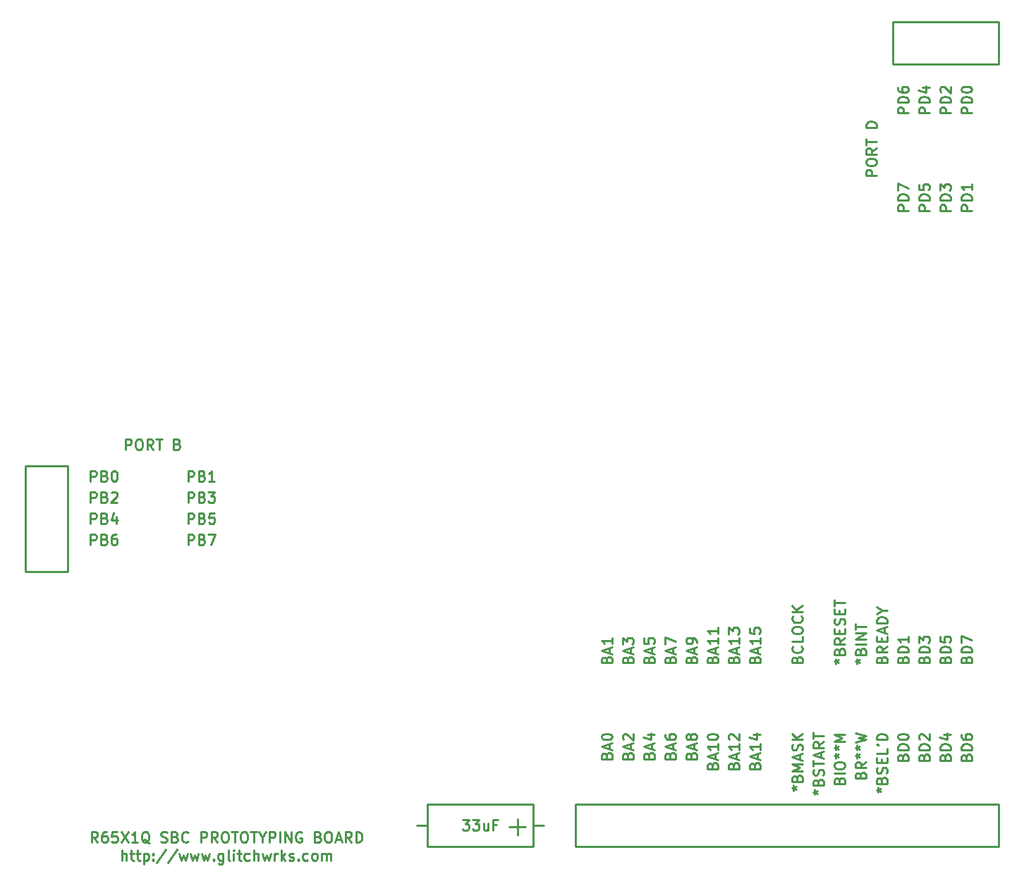
<source format=gbr>
G04 #@! TF.GenerationSoftware,KiCad,Pcbnew,(5.0.1-3-g963ef8bb5)*
G04 #@! TF.CreationDate,2023-12-14T14:08:37-05:00*
G04 #@! TF.ProjectId,gw-r65x1qsbc-proto1,67772D7236357831717362632D70726F,rev?*
G04 #@! TF.SameCoordinates,Original*
G04 #@! TF.FileFunction,Legend,Top*
G04 #@! TF.FilePolarity,Positive*
%FSLAX46Y46*%
G04 Gerber Fmt 4.6, Leading zero omitted, Abs format (unit mm)*
G04 Created by KiCad (PCBNEW (5.0.1-3-g963ef8bb5)) date Thursday, December 14, 2023 at 02:08:37 PM*
%MOMM*%
%LPD*%
G01*
G04 APERTURE LIST*
%ADD10C,0.254000*%
G04 APERTURE END LIST*
D10*
X81038095Y-153165023D02*
X80614761Y-152560261D01*
X80312380Y-153165023D02*
X80312380Y-151895023D01*
X80796190Y-151895023D01*
X80917142Y-151955500D01*
X80977619Y-152015976D01*
X81038095Y-152136928D01*
X81038095Y-152318357D01*
X80977619Y-152439309D01*
X80917142Y-152499785D01*
X80796190Y-152560261D01*
X80312380Y-152560261D01*
X82126666Y-151895023D02*
X81884761Y-151895023D01*
X81763809Y-151955500D01*
X81703333Y-152015976D01*
X81582380Y-152197404D01*
X81521904Y-152439309D01*
X81521904Y-152923119D01*
X81582380Y-153044071D01*
X81642857Y-153104547D01*
X81763809Y-153165023D01*
X82005714Y-153165023D01*
X82126666Y-153104547D01*
X82187142Y-153044071D01*
X82247619Y-152923119D01*
X82247619Y-152620738D01*
X82187142Y-152499785D01*
X82126666Y-152439309D01*
X82005714Y-152378833D01*
X81763809Y-152378833D01*
X81642857Y-152439309D01*
X81582380Y-152499785D01*
X81521904Y-152620738D01*
X83396666Y-151895023D02*
X82791904Y-151895023D01*
X82731428Y-152499785D01*
X82791904Y-152439309D01*
X82912857Y-152378833D01*
X83215238Y-152378833D01*
X83336190Y-152439309D01*
X83396666Y-152499785D01*
X83457142Y-152620738D01*
X83457142Y-152923119D01*
X83396666Y-153044071D01*
X83336190Y-153104547D01*
X83215238Y-153165023D01*
X82912857Y-153165023D01*
X82791904Y-153104547D01*
X82731428Y-153044071D01*
X83880476Y-151895023D02*
X84727142Y-153165023D01*
X84727142Y-151895023D02*
X83880476Y-153165023D01*
X85876190Y-153165023D02*
X85150476Y-153165023D01*
X85513333Y-153165023D02*
X85513333Y-151895023D01*
X85392380Y-152076452D01*
X85271428Y-152197404D01*
X85150476Y-152257880D01*
X87267142Y-153285976D02*
X87146190Y-153225500D01*
X87025238Y-153104547D01*
X86843809Y-152923119D01*
X86722857Y-152862642D01*
X86601904Y-152862642D01*
X86662380Y-153165023D02*
X86541428Y-153104547D01*
X86420476Y-152983595D01*
X86360000Y-152741690D01*
X86360000Y-152318357D01*
X86420476Y-152076452D01*
X86541428Y-151955500D01*
X86662380Y-151895023D01*
X86904285Y-151895023D01*
X87025238Y-151955500D01*
X87146190Y-152076452D01*
X87206666Y-152318357D01*
X87206666Y-152741690D01*
X87146190Y-152983595D01*
X87025238Y-153104547D01*
X86904285Y-153165023D01*
X86662380Y-153165023D01*
X88658095Y-153104547D02*
X88839523Y-153165023D01*
X89141904Y-153165023D01*
X89262857Y-153104547D01*
X89323333Y-153044071D01*
X89383809Y-152923119D01*
X89383809Y-152802166D01*
X89323333Y-152681214D01*
X89262857Y-152620738D01*
X89141904Y-152560261D01*
X88900000Y-152499785D01*
X88779047Y-152439309D01*
X88718571Y-152378833D01*
X88658095Y-152257880D01*
X88658095Y-152136928D01*
X88718571Y-152015976D01*
X88779047Y-151955500D01*
X88900000Y-151895023D01*
X89202380Y-151895023D01*
X89383809Y-151955500D01*
X90351428Y-152499785D02*
X90532857Y-152560261D01*
X90593333Y-152620738D01*
X90653809Y-152741690D01*
X90653809Y-152923119D01*
X90593333Y-153044071D01*
X90532857Y-153104547D01*
X90411904Y-153165023D01*
X89928095Y-153165023D01*
X89928095Y-151895023D01*
X90351428Y-151895023D01*
X90472380Y-151955500D01*
X90532857Y-152015976D01*
X90593333Y-152136928D01*
X90593333Y-152257880D01*
X90532857Y-152378833D01*
X90472380Y-152439309D01*
X90351428Y-152499785D01*
X89928095Y-152499785D01*
X91923809Y-153044071D02*
X91863333Y-153104547D01*
X91681904Y-153165023D01*
X91560952Y-153165023D01*
X91379523Y-153104547D01*
X91258571Y-152983595D01*
X91198095Y-152862642D01*
X91137619Y-152620738D01*
X91137619Y-152439309D01*
X91198095Y-152197404D01*
X91258571Y-152076452D01*
X91379523Y-151955500D01*
X91560952Y-151895023D01*
X91681904Y-151895023D01*
X91863333Y-151955500D01*
X91923809Y-152015976D01*
X93435714Y-153165023D02*
X93435714Y-151895023D01*
X93919523Y-151895023D01*
X94040476Y-151955500D01*
X94100952Y-152015976D01*
X94161428Y-152136928D01*
X94161428Y-152318357D01*
X94100952Y-152439309D01*
X94040476Y-152499785D01*
X93919523Y-152560261D01*
X93435714Y-152560261D01*
X95431428Y-153165023D02*
X95008095Y-152560261D01*
X94705714Y-153165023D02*
X94705714Y-151895023D01*
X95189523Y-151895023D01*
X95310476Y-151955500D01*
X95370952Y-152015976D01*
X95431428Y-152136928D01*
X95431428Y-152318357D01*
X95370952Y-152439309D01*
X95310476Y-152499785D01*
X95189523Y-152560261D01*
X94705714Y-152560261D01*
X96217619Y-151895023D02*
X96459523Y-151895023D01*
X96580476Y-151955500D01*
X96701428Y-152076452D01*
X96761904Y-152318357D01*
X96761904Y-152741690D01*
X96701428Y-152983595D01*
X96580476Y-153104547D01*
X96459523Y-153165023D01*
X96217619Y-153165023D01*
X96096666Y-153104547D01*
X95975714Y-152983595D01*
X95915238Y-152741690D01*
X95915238Y-152318357D01*
X95975714Y-152076452D01*
X96096666Y-151955500D01*
X96217619Y-151895023D01*
X97124761Y-151895023D02*
X97850476Y-151895023D01*
X97487619Y-153165023D02*
X97487619Y-151895023D01*
X98515714Y-151895023D02*
X98757619Y-151895023D01*
X98878571Y-151955500D01*
X98999523Y-152076452D01*
X99060000Y-152318357D01*
X99060000Y-152741690D01*
X98999523Y-152983595D01*
X98878571Y-153104547D01*
X98757619Y-153165023D01*
X98515714Y-153165023D01*
X98394761Y-153104547D01*
X98273809Y-152983595D01*
X98213333Y-152741690D01*
X98213333Y-152318357D01*
X98273809Y-152076452D01*
X98394761Y-151955500D01*
X98515714Y-151895023D01*
X99422857Y-151895023D02*
X100148571Y-151895023D01*
X99785714Y-153165023D02*
X99785714Y-151895023D01*
X100813809Y-152560261D02*
X100813809Y-153165023D01*
X100390476Y-151895023D02*
X100813809Y-152560261D01*
X101237142Y-151895023D01*
X101660476Y-153165023D02*
X101660476Y-151895023D01*
X102144285Y-151895023D01*
X102265238Y-151955500D01*
X102325714Y-152015976D01*
X102386190Y-152136928D01*
X102386190Y-152318357D01*
X102325714Y-152439309D01*
X102265238Y-152499785D01*
X102144285Y-152560261D01*
X101660476Y-152560261D01*
X102930476Y-153165023D02*
X102930476Y-151895023D01*
X103535238Y-153165023D02*
X103535238Y-151895023D01*
X104260952Y-153165023D01*
X104260952Y-151895023D01*
X105530952Y-151955500D02*
X105410000Y-151895023D01*
X105228571Y-151895023D01*
X105047142Y-151955500D01*
X104926190Y-152076452D01*
X104865714Y-152197404D01*
X104805238Y-152439309D01*
X104805238Y-152620738D01*
X104865714Y-152862642D01*
X104926190Y-152983595D01*
X105047142Y-153104547D01*
X105228571Y-153165023D01*
X105349523Y-153165023D01*
X105530952Y-153104547D01*
X105591428Y-153044071D01*
X105591428Y-152620738D01*
X105349523Y-152620738D01*
X107526666Y-152499785D02*
X107708095Y-152560261D01*
X107768571Y-152620738D01*
X107829047Y-152741690D01*
X107829047Y-152923119D01*
X107768571Y-153044071D01*
X107708095Y-153104547D01*
X107587142Y-153165023D01*
X107103333Y-153165023D01*
X107103333Y-151895023D01*
X107526666Y-151895023D01*
X107647619Y-151955500D01*
X107708095Y-152015976D01*
X107768571Y-152136928D01*
X107768571Y-152257880D01*
X107708095Y-152378833D01*
X107647619Y-152439309D01*
X107526666Y-152499785D01*
X107103333Y-152499785D01*
X108615238Y-151895023D02*
X108857142Y-151895023D01*
X108978095Y-151955500D01*
X109099047Y-152076452D01*
X109159523Y-152318357D01*
X109159523Y-152741690D01*
X109099047Y-152983595D01*
X108978095Y-153104547D01*
X108857142Y-153165023D01*
X108615238Y-153165023D01*
X108494285Y-153104547D01*
X108373333Y-152983595D01*
X108312857Y-152741690D01*
X108312857Y-152318357D01*
X108373333Y-152076452D01*
X108494285Y-151955500D01*
X108615238Y-151895023D01*
X109643333Y-152802166D02*
X110248095Y-152802166D01*
X109522380Y-153165023D02*
X109945714Y-151895023D01*
X110369047Y-153165023D01*
X111518095Y-153165023D02*
X111094761Y-152560261D01*
X110792380Y-153165023D02*
X110792380Y-151895023D01*
X111276190Y-151895023D01*
X111397142Y-151955500D01*
X111457619Y-152015976D01*
X111518095Y-152136928D01*
X111518095Y-152318357D01*
X111457619Y-152439309D01*
X111397142Y-152499785D01*
X111276190Y-152560261D01*
X110792380Y-152560261D01*
X112062380Y-153165023D02*
X112062380Y-151895023D01*
X112364761Y-151895023D01*
X112546190Y-151955500D01*
X112667142Y-152076452D01*
X112727619Y-152197404D01*
X112788095Y-152439309D01*
X112788095Y-152620738D01*
X112727619Y-152862642D01*
X112667142Y-152983595D01*
X112546190Y-153104547D01*
X112364761Y-153165023D01*
X112062380Y-153165023D01*
X83971190Y-155324023D02*
X83971190Y-154054023D01*
X84515476Y-155324023D02*
X84515476Y-154658785D01*
X84455000Y-154537833D01*
X84334047Y-154477357D01*
X84152619Y-154477357D01*
X84031666Y-154537833D01*
X83971190Y-154598309D01*
X84938809Y-154477357D02*
X85422619Y-154477357D01*
X85120238Y-154054023D02*
X85120238Y-155142595D01*
X85180714Y-155263547D01*
X85301666Y-155324023D01*
X85422619Y-155324023D01*
X85664523Y-154477357D02*
X86148333Y-154477357D01*
X85845952Y-154054023D02*
X85845952Y-155142595D01*
X85906428Y-155263547D01*
X86027380Y-155324023D01*
X86148333Y-155324023D01*
X86571666Y-154477357D02*
X86571666Y-155747357D01*
X86571666Y-154537833D02*
X86692619Y-154477357D01*
X86934523Y-154477357D01*
X87055476Y-154537833D01*
X87115952Y-154598309D01*
X87176428Y-154719261D01*
X87176428Y-155082119D01*
X87115952Y-155203071D01*
X87055476Y-155263547D01*
X86934523Y-155324023D01*
X86692619Y-155324023D01*
X86571666Y-155263547D01*
X87720714Y-155203071D02*
X87781190Y-155263547D01*
X87720714Y-155324023D01*
X87660238Y-155263547D01*
X87720714Y-155203071D01*
X87720714Y-155324023D01*
X87720714Y-154537833D02*
X87781190Y-154598309D01*
X87720714Y-154658785D01*
X87660238Y-154598309D01*
X87720714Y-154537833D01*
X87720714Y-154658785D01*
X89232619Y-153993547D02*
X88144047Y-155626404D01*
X90563095Y-153993547D02*
X89474523Y-155626404D01*
X90865476Y-154477357D02*
X91107380Y-155324023D01*
X91349285Y-154719261D01*
X91591190Y-155324023D01*
X91833095Y-154477357D01*
X92195952Y-154477357D02*
X92437857Y-155324023D01*
X92679761Y-154719261D01*
X92921666Y-155324023D01*
X93163571Y-154477357D01*
X93526428Y-154477357D02*
X93768333Y-155324023D01*
X94010238Y-154719261D01*
X94252142Y-155324023D01*
X94494047Y-154477357D01*
X94977857Y-155203071D02*
X95038333Y-155263547D01*
X94977857Y-155324023D01*
X94917380Y-155263547D01*
X94977857Y-155203071D01*
X94977857Y-155324023D01*
X96126904Y-154477357D02*
X96126904Y-155505452D01*
X96066428Y-155626404D01*
X96005952Y-155686880D01*
X95885000Y-155747357D01*
X95703571Y-155747357D01*
X95582619Y-155686880D01*
X96126904Y-155263547D02*
X96005952Y-155324023D01*
X95764047Y-155324023D01*
X95643095Y-155263547D01*
X95582619Y-155203071D01*
X95522142Y-155082119D01*
X95522142Y-154719261D01*
X95582619Y-154598309D01*
X95643095Y-154537833D01*
X95764047Y-154477357D01*
X96005952Y-154477357D01*
X96126904Y-154537833D01*
X96913095Y-155324023D02*
X96792142Y-155263547D01*
X96731666Y-155142595D01*
X96731666Y-154054023D01*
X97396904Y-155324023D02*
X97396904Y-154477357D01*
X97396904Y-154054023D02*
X97336428Y-154114500D01*
X97396904Y-154174976D01*
X97457380Y-154114500D01*
X97396904Y-154054023D01*
X97396904Y-154174976D01*
X97820238Y-154477357D02*
X98304047Y-154477357D01*
X98001666Y-154054023D02*
X98001666Y-155142595D01*
X98062142Y-155263547D01*
X98183095Y-155324023D01*
X98304047Y-155324023D01*
X99271666Y-155263547D02*
X99150714Y-155324023D01*
X98908809Y-155324023D01*
X98787857Y-155263547D01*
X98727380Y-155203071D01*
X98666904Y-155082119D01*
X98666904Y-154719261D01*
X98727380Y-154598309D01*
X98787857Y-154537833D01*
X98908809Y-154477357D01*
X99150714Y-154477357D01*
X99271666Y-154537833D01*
X99815952Y-155324023D02*
X99815952Y-154054023D01*
X100360238Y-155324023D02*
X100360238Y-154658785D01*
X100299761Y-154537833D01*
X100178809Y-154477357D01*
X99997380Y-154477357D01*
X99876428Y-154537833D01*
X99815952Y-154598309D01*
X100844047Y-154477357D02*
X101085952Y-155324023D01*
X101327857Y-154719261D01*
X101569761Y-155324023D01*
X101811666Y-154477357D01*
X102295476Y-155324023D02*
X102295476Y-154477357D01*
X102295476Y-154719261D02*
X102355952Y-154598309D01*
X102416428Y-154537833D01*
X102537380Y-154477357D01*
X102658333Y-154477357D01*
X103081666Y-155324023D02*
X103081666Y-154054023D01*
X103202619Y-154840214D02*
X103565476Y-155324023D01*
X103565476Y-154477357D02*
X103081666Y-154961166D01*
X104049285Y-155263547D02*
X104170238Y-155324023D01*
X104412142Y-155324023D01*
X104533095Y-155263547D01*
X104593571Y-155142595D01*
X104593571Y-155082119D01*
X104533095Y-154961166D01*
X104412142Y-154900690D01*
X104230714Y-154900690D01*
X104109761Y-154840214D01*
X104049285Y-154719261D01*
X104049285Y-154658785D01*
X104109761Y-154537833D01*
X104230714Y-154477357D01*
X104412142Y-154477357D01*
X104533095Y-154537833D01*
X105137857Y-155203071D02*
X105198333Y-155263547D01*
X105137857Y-155324023D01*
X105077380Y-155263547D01*
X105137857Y-155203071D01*
X105137857Y-155324023D01*
X106286904Y-155263547D02*
X106165952Y-155324023D01*
X105924047Y-155324023D01*
X105803095Y-155263547D01*
X105742619Y-155203071D01*
X105682142Y-155082119D01*
X105682142Y-154719261D01*
X105742619Y-154598309D01*
X105803095Y-154537833D01*
X105924047Y-154477357D01*
X106165952Y-154477357D01*
X106286904Y-154537833D01*
X107012619Y-155324023D02*
X106891666Y-155263547D01*
X106831190Y-155203071D01*
X106770714Y-155082119D01*
X106770714Y-154719261D01*
X106831190Y-154598309D01*
X106891666Y-154537833D01*
X107012619Y-154477357D01*
X107194047Y-154477357D01*
X107315000Y-154537833D01*
X107375476Y-154598309D01*
X107435952Y-154719261D01*
X107435952Y-155082119D01*
X107375476Y-155203071D01*
X107315000Y-155263547D01*
X107194047Y-155324023D01*
X107012619Y-155324023D01*
X107980238Y-155324023D02*
X107980238Y-154477357D01*
X107980238Y-154598309D02*
X108040714Y-154537833D01*
X108161666Y-154477357D01*
X108343095Y-154477357D01*
X108464047Y-154537833D01*
X108524523Y-154658785D01*
X108524523Y-155324023D01*
X108524523Y-154658785D02*
X108585000Y-154537833D01*
X108705952Y-154477357D01*
X108887380Y-154477357D01*
X109008333Y-154537833D01*
X109068809Y-154658785D01*
X109068809Y-155324023D01*
X142149285Y-131189185D02*
X142209761Y-131007757D01*
X142270238Y-130947280D01*
X142391190Y-130886804D01*
X142572619Y-130886804D01*
X142693571Y-130947280D01*
X142754047Y-131007757D01*
X142814523Y-131128709D01*
X142814523Y-131612519D01*
X141544523Y-131612519D01*
X141544523Y-131189185D01*
X141605000Y-131068233D01*
X141665476Y-131007757D01*
X141786428Y-130947280D01*
X141907380Y-130947280D01*
X142028333Y-131007757D01*
X142088809Y-131068233D01*
X142149285Y-131189185D01*
X142149285Y-131612519D01*
X142451666Y-130402995D02*
X142451666Y-129798233D01*
X142814523Y-130523947D02*
X141544523Y-130100614D01*
X142814523Y-129677280D01*
X142814523Y-128588709D02*
X142814523Y-129314423D01*
X142814523Y-128951566D02*
X141544523Y-128951566D01*
X141725952Y-129072519D01*
X141846904Y-129193471D01*
X141907380Y-129314423D01*
X144689285Y-131189185D02*
X144749761Y-131007757D01*
X144810238Y-130947280D01*
X144931190Y-130886804D01*
X145112619Y-130886804D01*
X145233571Y-130947280D01*
X145294047Y-131007757D01*
X145354523Y-131128709D01*
X145354523Y-131612519D01*
X144084523Y-131612519D01*
X144084523Y-131189185D01*
X144145000Y-131068233D01*
X144205476Y-131007757D01*
X144326428Y-130947280D01*
X144447380Y-130947280D01*
X144568333Y-131007757D01*
X144628809Y-131068233D01*
X144689285Y-131189185D01*
X144689285Y-131612519D01*
X144991666Y-130402995D02*
X144991666Y-129798233D01*
X145354523Y-130523947D02*
X144084523Y-130100614D01*
X145354523Y-129677280D01*
X144084523Y-129374900D02*
X144084523Y-128588709D01*
X144568333Y-129012042D01*
X144568333Y-128830614D01*
X144628809Y-128709661D01*
X144689285Y-128649185D01*
X144810238Y-128588709D01*
X145112619Y-128588709D01*
X145233571Y-128649185D01*
X145294047Y-128709661D01*
X145354523Y-128830614D01*
X145354523Y-129193471D01*
X145294047Y-129314423D01*
X145233571Y-129374900D01*
X147229285Y-131189185D02*
X147289761Y-131007757D01*
X147350238Y-130947280D01*
X147471190Y-130886804D01*
X147652619Y-130886804D01*
X147773571Y-130947280D01*
X147834047Y-131007757D01*
X147894523Y-131128709D01*
X147894523Y-131612519D01*
X146624523Y-131612519D01*
X146624523Y-131189185D01*
X146685000Y-131068233D01*
X146745476Y-131007757D01*
X146866428Y-130947280D01*
X146987380Y-130947280D01*
X147108333Y-131007757D01*
X147168809Y-131068233D01*
X147229285Y-131189185D01*
X147229285Y-131612519D01*
X147531666Y-130402995D02*
X147531666Y-129798233D01*
X147894523Y-130523947D02*
X146624523Y-130100614D01*
X147894523Y-129677280D01*
X146624523Y-128649185D02*
X146624523Y-129253947D01*
X147229285Y-129314423D01*
X147168809Y-129253947D01*
X147108333Y-129132995D01*
X147108333Y-128830614D01*
X147168809Y-128709661D01*
X147229285Y-128649185D01*
X147350238Y-128588709D01*
X147652619Y-128588709D01*
X147773571Y-128649185D01*
X147834047Y-128709661D01*
X147894523Y-128830614D01*
X147894523Y-129132995D01*
X147834047Y-129253947D01*
X147773571Y-129314423D01*
X149769285Y-131189185D02*
X149829761Y-131007757D01*
X149890238Y-130947280D01*
X150011190Y-130886804D01*
X150192619Y-130886804D01*
X150313571Y-130947280D01*
X150374047Y-131007757D01*
X150434523Y-131128709D01*
X150434523Y-131612519D01*
X149164523Y-131612519D01*
X149164523Y-131189185D01*
X149225000Y-131068233D01*
X149285476Y-131007757D01*
X149406428Y-130947280D01*
X149527380Y-130947280D01*
X149648333Y-131007757D01*
X149708809Y-131068233D01*
X149769285Y-131189185D01*
X149769285Y-131612519D01*
X150071666Y-130402995D02*
X150071666Y-129798233D01*
X150434523Y-130523947D02*
X149164523Y-130100614D01*
X150434523Y-129677280D01*
X149164523Y-129374900D02*
X149164523Y-128528233D01*
X150434523Y-129072519D01*
X152309285Y-131189185D02*
X152369761Y-131007757D01*
X152430238Y-130947280D01*
X152551190Y-130886804D01*
X152732619Y-130886804D01*
X152853571Y-130947280D01*
X152914047Y-131007757D01*
X152974523Y-131128709D01*
X152974523Y-131612519D01*
X151704523Y-131612519D01*
X151704523Y-131189185D01*
X151765000Y-131068233D01*
X151825476Y-131007757D01*
X151946428Y-130947280D01*
X152067380Y-130947280D01*
X152188333Y-131007757D01*
X152248809Y-131068233D01*
X152309285Y-131189185D01*
X152309285Y-131612519D01*
X152611666Y-130402995D02*
X152611666Y-129798233D01*
X152974523Y-130523947D02*
X151704523Y-130100614D01*
X152974523Y-129677280D01*
X152974523Y-129193471D02*
X152974523Y-128951566D01*
X152914047Y-128830614D01*
X152853571Y-128770138D01*
X152672142Y-128649185D01*
X152430238Y-128588709D01*
X151946428Y-128588709D01*
X151825476Y-128649185D01*
X151765000Y-128709661D01*
X151704523Y-128830614D01*
X151704523Y-129072519D01*
X151765000Y-129193471D01*
X151825476Y-129253947D01*
X151946428Y-129314423D01*
X152248809Y-129314423D01*
X152369761Y-129253947D01*
X152430238Y-129193471D01*
X152490714Y-129072519D01*
X152490714Y-128830614D01*
X152430238Y-128709661D01*
X152369761Y-128649185D01*
X152248809Y-128588709D01*
X154849285Y-131189185D02*
X154909761Y-131007757D01*
X154970238Y-130947280D01*
X155091190Y-130886804D01*
X155272619Y-130886804D01*
X155393571Y-130947280D01*
X155454047Y-131007757D01*
X155514523Y-131128709D01*
X155514523Y-131612519D01*
X154244523Y-131612519D01*
X154244523Y-131189185D01*
X154305000Y-131068233D01*
X154365476Y-131007757D01*
X154486428Y-130947280D01*
X154607380Y-130947280D01*
X154728333Y-131007757D01*
X154788809Y-131068233D01*
X154849285Y-131189185D01*
X154849285Y-131612519D01*
X155151666Y-130402995D02*
X155151666Y-129798233D01*
X155514523Y-130523947D02*
X154244523Y-130100614D01*
X155514523Y-129677280D01*
X155514523Y-128588709D02*
X155514523Y-129314423D01*
X155514523Y-128951566D02*
X154244523Y-128951566D01*
X154425952Y-129072519D01*
X154546904Y-129193471D01*
X154607380Y-129314423D01*
X155514523Y-127379185D02*
X155514523Y-128104900D01*
X155514523Y-127742042D02*
X154244523Y-127742042D01*
X154425952Y-127862995D01*
X154546904Y-127983947D01*
X154607380Y-128104900D01*
X157389285Y-131189185D02*
X157449761Y-131007757D01*
X157510238Y-130947280D01*
X157631190Y-130886804D01*
X157812619Y-130886804D01*
X157933571Y-130947280D01*
X157994047Y-131007757D01*
X158054523Y-131128709D01*
X158054523Y-131612519D01*
X156784523Y-131612519D01*
X156784523Y-131189185D01*
X156845000Y-131068233D01*
X156905476Y-131007757D01*
X157026428Y-130947280D01*
X157147380Y-130947280D01*
X157268333Y-131007757D01*
X157328809Y-131068233D01*
X157389285Y-131189185D01*
X157389285Y-131612519D01*
X157691666Y-130402995D02*
X157691666Y-129798233D01*
X158054523Y-130523947D02*
X156784523Y-130100614D01*
X158054523Y-129677280D01*
X158054523Y-128588709D02*
X158054523Y-129314423D01*
X158054523Y-128951566D02*
X156784523Y-128951566D01*
X156965952Y-129072519D01*
X157086904Y-129193471D01*
X157147380Y-129314423D01*
X156784523Y-128165376D02*
X156784523Y-127379185D01*
X157268333Y-127802519D01*
X157268333Y-127621090D01*
X157328809Y-127500138D01*
X157389285Y-127439661D01*
X157510238Y-127379185D01*
X157812619Y-127379185D01*
X157933571Y-127439661D01*
X157994047Y-127500138D01*
X158054523Y-127621090D01*
X158054523Y-127983947D01*
X157994047Y-128104900D01*
X157933571Y-128165376D01*
X159929285Y-131189185D02*
X159989761Y-131007757D01*
X160050238Y-130947280D01*
X160171190Y-130886804D01*
X160352619Y-130886804D01*
X160473571Y-130947280D01*
X160534047Y-131007757D01*
X160594523Y-131128709D01*
X160594523Y-131612519D01*
X159324523Y-131612519D01*
X159324523Y-131189185D01*
X159385000Y-131068233D01*
X159445476Y-131007757D01*
X159566428Y-130947280D01*
X159687380Y-130947280D01*
X159808333Y-131007757D01*
X159868809Y-131068233D01*
X159929285Y-131189185D01*
X159929285Y-131612519D01*
X160231666Y-130402995D02*
X160231666Y-129798233D01*
X160594523Y-130523947D02*
X159324523Y-130100614D01*
X160594523Y-129677280D01*
X160594523Y-128588709D02*
X160594523Y-129314423D01*
X160594523Y-128951566D02*
X159324523Y-128951566D01*
X159505952Y-129072519D01*
X159626904Y-129193471D01*
X159687380Y-129314423D01*
X159324523Y-127439661D02*
X159324523Y-128044423D01*
X159929285Y-128104900D01*
X159868809Y-128044423D01*
X159808333Y-127923471D01*
X159808333Y-127621090D01*
X159868809Y-127500138D01*
X159929285Y-127439661D01*
X160050238Y-127379185D01*
X160352619Y-127379185D01*
X160473571Y-127439661D01*
X160534047Y-127500138D01*
X160594523Y-127621090D01*
X160594523Y-127923471D01*
X160534047Y-128044423D01*
X160473571Y-128104900D01*
X165009285Y-131189185D02*
X165069761Y-131007757D01*
X165130238Y-130947280D01*
X165251190Y-130886804D01*
X165432619Y-130886804D01*
X165553571Y-130947280D01*
X165614047Y-131007757D01*
X165674523Y-131128709D01*
X165674523Y-131612519D01*
X164404523Y-131612519D01*
X164404523Y-131189185D01*
X164465000Y-131068233D01*
X164525476Y-131007757D01*
X164646428Y-130947280D01*
X164767380Y-130947280D01*
X164888333Y-131007757D01*
X164948809Y-131068233D01*
X165009285Y-131189185D01*
X165009285Y-131612519D01*
X165553571Y-129616804D02*
X165614047Y-129677280D01*
X165674523Y-129858709D01*
X165674523Y-129979661D01*
X165614047Y-130161090D01*
X165493095Y-130282042D01*
X165372142Y-130342519D01*
X165130238Y-130402995D01*
X164948809Y-130402995D01*
X164706904Y-130342519D01*
X164585952Y-130282042D01*
X164465000Y-130161090D01*
X164404523Y-129979661D01*
X164404523Y-129858709D01*
X164465000Y-129677280D01*
X164525476Y-129616804D01*
X165674523Y-128467757D02*
X165674523Y-129072519D01*
X164404523Y-129072519D01*
X164404523Y-127802519D02*
X164404523Y-127560614D01*
X164465000Y-127439661D01*
X164585952Y-127318709D01*
X164827857Y-127258233D01*
X165251190Y-127258233D01*
X165493095Y-127318709D01*
X165614047Y-127439661D01*
X165674523Y-127560614D01*
X165674523Y-127802519D01*
X165614047Y-127923471D01*
X165493095Y-128044423D01*
X165251190Y-128104900D01*
X164827857Y-128104900D01*
X164585952Y-128044423D01*
X164465000Y-127923471D01*
X164404523Y-127802519D01*
X165553571Y-125988233D02*
X165614047Y-126048709D01*
X165674523Y-126230138D01*
X165674523Y-126351090D01*
X165614047Y-126532519D01*
X165493095Y-126653471D01*
X165372142Y-126713947D01*
X165130238Y-126774423D01*
X164948809Y-126774423D01*
X164706904Y-126713947D01*
X164585952Y-126653471D01*
X164465000Y-126532519D01*
X164404523Y-126351090D01*
X164404523Y-126230138D01*
X164465000Y-126048709D01*
X164525476Y-125988233D01*
X165674523Y-125443947D02*
X164404523Y-125443947D01*
X165674523Y-124718233D02*
X164948809Y-125262519D01*
X164404523Y-124718233D02*
X165130238Y-125443947D01*
X169484523Y-131431090D02*
X169786904Y-131431090D01*
X169665952Y-131733471D02*
X169786904Y-131431090D01*
X169665952Y-131128709D01*
X170028809Y-131612519D02*
X169786904Y-131431090D01*
X170028809Y-131249661D01*
X170089285Y-130221566D02*
X170149761Y-130040138D01*
X170210238Y-129979661D01*
X170331190Y-129919185D01*
X170512619Y-129919185D01*
X170633571Y-129979661D01*
X170694047Y-130040138D01*
X170754523Y-130161090D01*
X170754523Y-130644900D01*
X169484523Y-130644900D01*
X169484523Y-130221566D01*
X169545000Y-130100614D01*
X169605476Y-130040138D01*
X169726428Y-129979661D01*
X169847380Y-129979661D01*
X169968333Y-130040138D01*
X170028809Y-130100614D01*
X170089285Y-130221566D01*
X170089285Y-130644900D01*
X170754523Y-128649185D02*
X170149761Y-129072519D01*
X170754523Y-129374900D02*
X169484523Y-129374900D01*
X169484523Y-128891090D01*
X169545000Y-128770138D01*
X169605476Y-128709661D01*
X169726428Y-128649185D01*
X169907857Y-128649185D01*
X170028809Y-128709661D01*
X170089285Y-128770138D01*
X170149761Y-128891090D01*
X170149761Y-129374900D01*
X170089285Y-128104900D02*
X170089285Y-127681566D01*
X170754523Y-127500138D02*
X170754523Y-128104900D01*
X169484523Y-128104900D01*
X169484523Y-127500138D01*
X170694047Y-127016328D02*
X170754523Y-126834900D01*
X170754523Y-126532519D01*
X170694047Y-126411566D01*
X170633571Y-126351090D01*
X170512619Y-126290614D01*
X170391666Y-126290614D01*
X170270714Y-126351090D01*
X170210238Y-126411566D01*
X170149761Y-126532519D01*
X170089285Y-126774423D01*
X170028809Y-126895376D01*
X169968333Y-126955852D01*
X169847380Y-127016328D01*
X169726428Y-127016328D01*
X169605476Y-126955852D01*
X169545000Y-126895376D01*
X169484523Y-126774423D01*
X169484523Y-126472042D01*
X169545000Y-126290614D01*
X170089285Y-125746328D02*
X170089285Y-125322995D01*
X170754523Y-125141566D02*
X170754523Y-125746328D01*
X169484523Y-125746328D01*
X169484523Y-125141566D01*
X169484523Y-124778709D02*
X169484523Y-124052995D01*
X170754523Y-124415852D02*
X169484523Y-124415852D01*
X172024523Y-131431090D02*
X172326904Y-131431090D01*
X172205952Y-131733471D02*
X172326904Y-131431090D01*
X172205952Y-131128709D01*
X172568809Y-131612519D02*
X172326904Y-131431090D01*
X172568809Y-131249661D01*
X172629285Y-130221566D02*
X172689761Y-130040138D01*
X172750238Y-129979661D01*
X172871190Y-129919185D01*
X173052619Y-129919185D01*
X173173571Y-129979661D01*
X173234047Y-130040138D01*
X173294523Y-130161090D01*
X173294523Y-130644900D01*
X172024523Y-130644900D01*
X172024523Y-130221566D01*
X172085000Y-130100614D01*
X172145476Y-130040138D01*
X172266428Y-129979661D01*
X172387380Y-129979661D01*
X172508333Y-130040138D01*
X172568809Y-130100614D01*
X172629285Y-130221566D01*
X172629285Y-130644900D01*
X173294523Y-129374900D02*
X172024523Y-129374900D01*
X173294523Y-128770138D02*
X172024523Y-128770138D01*
X173294523Y-128044423D01*
X172024523Y-128044423D01*
X172024523Y-127621090D02*
X172024523Y-126895376D01*
X173294523Y-127258233D02*
X172024523Y-127258233D01*
X175169285Y-131189185D02*
X175229761Y-131007757D01*
X175290238Y-130947280D01*
X175411190Y-130886804D01*
X175592619Y-130886804D01*
X175713571Y-130947280D01*
X175774047Y-131007757D01*
X175834523Y-131128709D01*
X175834523Y-131612519D01*
X174564523Y-131612519D01*
X174564523Y-131189185D01*
X174625000Y-131068233D01*
X174685476Y-131007757D01*
X174806428Y-130947280D01*
X174927380Y-130947280D01*
X175048333Y-131007757D01*
X175108809Y-131068233D01*
X175169285Y-131189185D01*
X175169285Y-131612519D01*
X175834523Y-129616804D02*
X175229761Y-130040138D01*
X175834523Y-130342519D02*
X174564523Y-130342519D01*
X174564523Y-129858709D01*
X174625000Y-129737757D01*
X174685476Y-129677280D01*
X174806428Y-129616804D01*
X174987857Y-129616804D01*
X175108809Y-129677280D01*
X175169285Y-129737757D01*
X175229761Y-129858709D01*
X175229761Y-130342519D01*
X175169285Y-129072519D02*
X175169285Y-128649185D01*
X175834523Y-128467757D02*
X175834523Y-129072519D01*
X174564523Y-129072519D01*
X174564523Y-128467757D01*
X175471666Y-127983947D02*
X175471666Y-127379185D01*
X175834523Y-128104900D02*
X174564523Y-127681566D01*
X175834523Y-127258233D01*
X175834523Y-126834900D02*
X174564523Y-126834900D01*
X174564523Y-126532519D01*
X174625000Y-126351090D01*
X174745952Y-126230138D01*
X174866904Y-126169661D01*
X175108809Y-126109185D01*
X175290238Y-126109185D01*
X175532142Y-126169661D01*
X175653095Y-126230138D01*
X175774047Y-126351090D01*
X175834523Y-126532519D01*
X175834523Y-126834900D01*
X175229761Y-125322995D02*
X175834523Y-125322995D01*
X174564523Y-125746328D02*
X175229761Y-125322995D01*
X174564523Y-124899661D01*
X177709285Y-131189185D02*
X177769761Y-131007757D01*
X177830238Y-130947280D01*
X177951190Y-130886804D01*
X178132619Y-130886804D01*
X178253571Y-130947280D01*
X178314047Y-131007757D01*
X178374523Y-131128709D01*
X178374523Y-131612519D01*
X177104523Y-131612519D01*
X177104523Y-131189185D01*
X177165000Y-131068233D01*
X177225476Y-131007757D01*
X177346428Y-130947280D01*
X177467380Y-130947280D01*
X177588333Y-131007757D01*
X177648809Y-131068233D01*
X177709285Y-131189185D01*
X177709285Y-131612519D01*
X178374523Y-130342519D02*
X177104523Y-130342519D01*
X177104523Y-130040138D01*
X177165000Y-129858709D01*
X177285952Y-129737757D01*
X177406904Y-129677280D01*
X177648809Y-129616804D01*
X177830238Y-129616804D01*
X178072142Y-129677280D01*
X178193095Y-129737757D01*
X178314047Y-129858709D01*
X178374523Y-130040138D01*
X178374523Y-130342519D01*
X178374523Y-128407280D02*
X178374523Y-129132995D01*
X178374523Y-128770138D02*
X177104523Y-128770138D01*
X177285952Y-128891090D01*
X177406904Y-129012042D01*
X177467380Y-129132995D01*
X180249285Y-131189185D02*
X180309761Y-131007757D01*
X180370238Y-130947280D01*
X180491190Y-130886804D01*
X180672619Y-130886804D01*
X180793571Y-130947280D01*
X180854047Y-131007757D01*
X180914523Y-131128709D01*
X180914523Y-131612519D01*
X179644523Y-131612519D01*
X179644523Y-131189185D01*
X179705000Y-131068233D01*
X179765476Y-131007757D01*
X179886428Y-130947280D01*
X180007380Y-130947280D01*
X180128333Y-131007757D01*
X180188809Y-131068233D01*
X180249285Y-131189185D01*
X180249285Y-131612519D01*
X180914523Y-130342519D02*
X179644523Y-130342519D01*
X179644523Y-130040138D01*
X179705000Y-129858709D01*
X179825952Y-129737757D01*
X179946904Y-129677280D01*
X180188809Y-129616804D01*
X180370238Y-129616804D01*
X180612142Y-129677280D01*
X180733095Y-129737757D01*
X180854047Y-129858709D01*
X180914523Y-130040138D01*
X180914523Y-130342519D01*
X179644523Y-129193471D02*
X179644523Y-128407280D01*
X180128333Y-128830614D01*
X180128333Y-128649185D01*
X180188809Y-128528233D01*
X180249285Y-128467757D01*
X180370238Y-128407280D01*
X180672619Y-128407280D01*
X180793571Y-128467757D01*
X180854047Y-128528233D01*
X180914523Y-128649185D01*
X180914523Y-129012042D01*
X180854047Y-129132995D01*
X180793571Y-129193471D01*
X182789285Y-131189185D02*
X182849761Y-131007757D01*
X182910238Y-130947280D01*
X183031190Y-130886804D01*
X183212619Y-130886804D01*
X183333571Y-130947280D01*
X183394047Y-131007757D01*
X183454523Y-131128709D01*
X183454523Y-131612519D01*
X182184523Y-131612519D01*
X182184523Y-131189185D01*
X182245000Y-131068233D01*
X182305476Y-131007757D01*
X182426428Y-130947280D01*
X182547380Y-130947280D01*
X182668333Y-131007757D01*
X182728809Y-131068233D01*
X182789285Y-131189185D01*
X182789285Y-131612519D01*
X183454523Y-130342519D02*
X182184523Y-130342519D01*
X182184523Y-130040138D01*
X182245000Y-129858709D01*
X182365952Y-129737757D01*
X182486904Y-129677280D01*
X182728809Y-129616804D01*
X182910238Y-129616804D01*
X183152142Y-129677280D01*
X183273095Y-129737757D01*
X183394047Y-129858709D01*
X183454523Y-130040138D01*
X183454523Y-130342519D01*
X182184523Y-128467757D02*
X182184523Y-129072519D01*
X182789285Y-129132995D01*
X182728809Y-129072519D01*
X182668333Y-128951566D01*
X182668333Y-128649185D01*
X182728809Y-128528233D01*
X182789285Y-128467757D01*
X182910238Y-128407280D01*
X183212619Y-128407280D01*
X183333571Y-128467757D01*
X183394047Y-128528233D01*
X183454523Y-128649185D01*
X183454523Y-128951566D01*
X183394047Y-129072519D01*
X183333571Y-129132995D01*
X185329285Y-131189185D02*
X185389761Y-131007757D01*
X185450238Y-130947280D01*
X185571190Y-130886804D01*
X185752619Y-130886804D01*
X185873571Y-130947280D01*
X185934047Y-131007757D01*
X185994523Y-131128709D01*
X185994523Y-131612519D01*
X184724523Y-131612519D01*
X184724523Y-131189185D01*
X184785000Y-131068233D01*
X184845476Y-131007757D01*
X184966428Y-130947280D01*
X185087380Y-130947280D01*
X185208333Y-131007757D01*
X185268809Y-131068233D01*
X185329285Y-131189185D01*
X185329285Y-131612519D01*
X185994523Y-130342519D02*
X184724523Y-130342519D01*
X184724523Y-130040138D01*
X184785000Y-129858709D01*
X184905952Y-129737757D01*
X185026904Y-129677280D01*
X185268809Y-129616804D01*
X185450238Y-129616804D01*
X185692142Y-129677280D01*
X185813095Y-129737757D01*
X185934047Y-129858709D01*
X185994523Y-130040138D01*
X185994523Y-130342519D01*
X184724523Y-129193471D02*
X184724523Y-128346804D01*
X185994523Y-128891090D01*
X185329285Y-142888909D02*
X185389761Y-142707480D01*
X185450238Y-142647004D01*
X185571190Y-142586528D01*
X185752619Y-142586528D01*
X185873571Y-142647004D01*
X185934047Y-142707480D01*
X185994523Y-142828433D01*
X185994523Y-143312242D01*
X184724523Y-143312242D01*
X184724523Y-142888909D01*
X184785000Y-142767957D01*
X184845476Y-142707480D01*
X184966428Y-142647004D01*
X185087380Y-142647004D01*
X185208333Y-142707480D01*
X185268809Y-142767957D01*
X185329285Y-142888909D01*
X185329285Y-143312242D01*
X185994523Y-142042242D02*
X184724523Y-142042242D01*
X184724523Y-141739861D01*
X184785000Y-141558433D01*
X184905952Y-141437480D01*
X185026904Y-141377004D01*
X185268809Y-141316528D01*
X185450238Y-141316528D01*
X185692142Y-141377004D01*
X185813095Y-141437480D01*
X185934047Y-141558433D01*
X185994523Y-141739861D01*
X185994523Y-142042242D01*
X184724523Y-140227957D02*
X184724523Y-140469861D01*
X184785000Y-140590814D01*
X184845476Y-140651290D01*
X185026904Y-140772242D01*
X185268809Y-140832719D01*
X185752619Y-140832719D01*
X185873571Y-140772242D01*
X185934047Y-140711766D01*
X185994523Y-140590814D01*
X185994523Y-140348909D01*
X185934047Y-140227957D01*
X185873571Y-140167480D01*
X185752619Y-140107004D01*
X185450238Y-140107004D01*
X185329285Y-140167480D01*
X185268809Y-140227957D01*
X185208333Y-140348909D01*
X185208333Y-140590814D01*
X185268809Y-140711766D01*
X185329285Y-140772242D01*
X185450238Y-140832719D01*
X182789285Y-142888909D02*
X182849761Y-142707480D01*
X182910238Y-142647004D01*
X183031190Y-142586528D01*
X183212619Y-142586528D01*
X183333571Y-142647004D01*
X183394047Y-142707480D01*
X183454523Y-142828433D01*
X183454523Y-143312242D01*
X182184523Y-143312242D01*
X182184523Y-142888909D01*
X182245000Y-142767957D01*
X182305476Y-142707480D01*
X182426428Y-142647004D01*
X182547380Y-142647004D01*
X182668333Y-142707480D01*
X182728809Y-142767957D01*
X182789285Y-142888909D01*
X182789285Y-143312242D01*
X183454523Y-142042242D02*
X182184523Y-142042242D01*
X182184523Y-141739861D01*
X182245000Y-141558433D01*
X182365952Y-141437480D01*
X182486904Y-141377004D01*
X182728809Y-141316528D01*
X182910238Y-141316528D01*
X183152142Y-141377004D01*
X183273095Y-141437480D01*
X183394047Y-141558433D01*
X183454523Y-141739861D01*
X183454523Y-142042242D01*
X182607857Y-140227957D02*
X183454523Y-140227957D01*
X182124047Y-140530338D02*
X183031190Y-140832719D01*
X183031190Y-140046528D01*
X180249285Y-142888909D02*
X180309761Y-142707480D01*
X180370238Y-142647004D01*
X180491190Y-142586528D01*
X180672619Y-142586528D01*
X180793571Y-142647004D01*
X180854047Y-142707480D01*
X180914523Y-142828433D01*
X180914523Y-143312242D01*
X179644523Y-143312242D01*
X179644523Y-142888909D01*
X179705000Y-142767957D01*
X179765476Y-142707480D01*
X179886428Y-142647004D01*
X180007380Y-142647004D01*
X180128333Y-142707480D01*
X180188809Y-142767957D01*
X180249285Y-142888909D01*
X180249285Y-143312242D01*
X180914523Y-142042242D02*
X179644523Y-142042242D01*
X179644523Y-141739861D01*
X179705000Y-141558433D01*
X179825952Y-141437480D01*
X179946904Y-141377004D01*
X180188809Y-141316528D01*
X180370238Y-141316528D01*
X180612142Y-141377004D01*
X180733095Y-141437480D01*
X180854047Y-141558433D01*
X180914523Y-141739861D01*
X180914523Y-142042242D01*
X179765476Y-140832719D02*
X179705000Y-140772242D01*
X179644523Y-140651290D01*
X179644523Y-140348909D01*
X179705000Y-140227957D01*
X179765476Y-140167480D01*
X179886428Y-140107004D01*
X180007380Y-140107004D01*
X180188809Y-140167480D01*
X180914523Y-140893195D01*
X180914523Y-140107004D01*
X177709285Y-142888909D02*
X177769761Y-142707480D01*
X177830238Y-142647004D01*
X177951190Y-142586528D01*
X178132619Y-142586528D01*
X178253571Y-142647004D01*
X178314047Y-142707480D01*
X178374523Y-142828433D01*
X178374523Y-143312242D01*
X177104523Y-143312242D01*
X177104523Y-142888909D01*
X177165000Y-142767957D01*
X177225476Y-142707480D01*
X177346428Y-142647004D01*
X177467380Y-142647004D01*
X177588333Y-142707480D01*
X177648809Y-142767957D01*
X177709285Y-142888909D01*
X177709285Y-143312242D01*
X178374523Y-142042242D02*
X177104523Y-142042242D01*
X177104523Y-141739861D01*
X177165000Y-141558433D01*
X177285952Y-141437480D01*
X177406904Y-141377004D01*
X177648809Y-141316528D01*
X177830238Y-141316528D01*
X178072142Y-141377004D01*
X178193095Y-141437480D01*
X178314047Y-141558433D01*
X178374523Y-141739861D01*
X178374523Y-142042242D01*
X177104523Y-140530338D02*
X177104523Y-140409385D01*
X177165000Y-140288433D01*
X177225476Y-140227957D01*
X177346428Y-140167480D01*
X177588333Y-140107004D01*
X177890714Y-140107004D01*
X178132619Y-140167480D01*
X178253571Y-140227957D01*
X178314047Y-140288433D01*
X178374523Y-140409385D01*
X178374523Y-140530338D01*
X178314047Y-140651290D01*
X178253571Y-140711766D01*
X178132619Y-140772242D01*
X177890714Y-140832719D01*
X177588333Y-140832719D01*
X177346428Y-140772242D01*
X177225476Y-140711766D01*
X177165000Y-140651290D01*
X177104523Y-140530338D01*
X174564523Y-146880338D02*
X174866904Y-146880338D01*
X174745952Y-147182719D02*
X174866904Y-146880338D01*
X174745952Y-146577957D01*
X175108809Y-147061766D02*
X174866904Y-146880338D01*
X175108809Y-146698909D01*
X175169285Y-145670814D02*
X175229761Y-145489385D01*
X175290238Y-145428909D01*
X175411190Y-145368433D01*
X175592619Y-145368433D01*
X175713571Y-145428909D01*
X175774047Y-145489385D01*
X175834523Y-145610338D01*
X175834523Y-146094147D01*
X174564523Y-146094147D01*
X174564523Y-145670814D01*
X174625000Y-145549861D01*
X174685476Y-145489385D01*
X174806428Y-145428909D01*
X174927380Y-145428909D01*
X175048333Y-145489385D01*
X175108809Y-145549861D01*
X175169285Y-145670814D01*
X175169285Y-146094147D01*
X175774047Y-144884623D02*
X175834523Y-144703195D01*
X175834523Y-144400814D01*
X175774047Y-144279861D01*
X175713571Y-144219385D01*
X175592619Y-144158909D01*
X175471666Y-144158909D01*
X175350714Y-144219385D01*
X175290238Y-144279861D01*
X175229761Y-144400814D01*
X175169285Y-144642719D01*
X175108809Y-144763671D01*
X175048333Y-144824147D01*
X174927380Y-144884623D01*
X174806428Y-144884623D01*
X174685476Y-144824147D01*
X174625000Y-144763671D01*
X174564523Y-144642719D01*
X174564523Y-144340338D01*
X174625000Y-144158909D01*
X175169285Y-143614623D02*
X175169285Y-143191290D01*
X175834523Y-143009861D02*
X175834523Y-143614623D01*
X174564523Y-143614623D01*
X174564523Y-143009861D01*
X175834523Y-141860814D02*
X175834523Y-142465576D01*
X174564523Y-142465576D01*
X174564523Y-141377004D02*
X174625000Y-141377004D01*
X174745952Y-141437480D01*
X174806428Y-141497957D01*
X175834523Y-140832719D02*
X174564523Y-140832719D01*
X174564523Y-140530338D01*
X174625000Y-140348909D01*
X174745952Y-140227957D01*
X174866904Y-140167480D01*
X175108809Y-140107004D01*
X175290238Y-140107004D01*
X175532142Y-140167480D01*
X175653095Y-140227957D01*
X175774047Y-140348909D01*
X175834523Y-140530338D01*
X175834523Y-140832719D01*
X172629285Y-145066052D02*
X172689761Y-144884623D01*
X172750238Y-144824147D01*
X172871190Y-144763671D01*
X173052619Y-144763671D01*
X173173571Y-144824147D01*
X173234047Y-144884623D01*
X173294523Y-145005576D01*
X173294523Y-145489385D01*
X172024523Y-145489385D01*
X172024523Y-145066052D01*
X172085000Y-144945100D01*
X172145476Y-144884623D01*
X172266428Y-144824147D01*
X172387380Y-144824147D01*
X172508333Y-144884623D01*
X172568809Y-144945100D01*
X172629285Y-145066052D01*
X172629285Y-145489385D01*
X173294523Y-143493671D02*
X172689761Y-143917004D01*
X173294523Y-144219385D02*
X172024523Y-144219385D01*
X172024523Y-143735576D01*
X172085000Y-143614623D01*
X172145476Y-143554147D01*
X172266428Y-143493671D01*
X172447857Y-143493671D01*
X172568809Y-143554147D01*
X172629285Y-143614623D01*
X172689761Y-143735576D01*
X172689761Y-144219385D01*
X172024523Y-142767957D02*
X172326904Y-142767957D01*
X172205952Y-143070338D02*
X172326904Y-142767957D01*
X172205952Y-142465576D01*
X172568809Y-142949385D02*
X172326904Y-142767957D01*
X172568809Y-142586528D01*
X172024523Y-141800338D02*
X172326904Y-141800338D01*
X172205952Y-142102719D02*
X172326904Y-141800338D01*
X172205952Y-141497957D01*
X172568809Y-141981766D02*
X172326904Y-141800338D01*
X172568809Y-141618909D01*
X172024523Y-141135100D02*
X173294523Y-140832719D01*
X172387380Y-140590814D01*
X173294523Y-140348909D01*
X172024523Y-140046528D01*
X170089285Y-145731290D02*
X170149761Y-145549861D01*
X170210238Y-145489385D01*
X170331190Y-145428909D01*
X170512619Y-145428909D01*
X170633571Y-145489385D01*
X170694047Y-145549861D01*
X170754523Y-145670814D01*
X170754523Y-146154623D01*
X169484523Y-146154623D01*
X169484523Y-145731290D01*
X169545000Y-145610338D01*
X169605476Y-145549861D01*
X169726428Y-145489385D01*
X169847380Y-145489385D01*
X169968333Y-145549861D01*
X170028809Y-145610338D01*
X170089285Y-145731290D01*
X170089285Y-146154623D01*
X170754523Y-144884623D02*
X169484523Y-144884623D01*
X169484523Y-144037957D02*
X169484523Y-143796052D01*
X169545000Y-143675100D01*
X169665952Y-143554147D01*
X169907857Y-143493671D01*
X170331190Y-143493671D01*
X170573095Y-143554147D01*
X170694047Y-143675100D01*
X170754523Y-143796052D01*
X170754523Y-144037957D01*
X170694047Y-144158909D01*
X170573095Y-144279861D01*
X170331190Y-144340338D01*
X169907857Y-144340338D01*
X169665952Y-144279861D01*
X169545000Y-144158909D01*
X169484523Y-144037957D01*
X169484523Y-142767957D02*
X169786904Y-142767957D01*
X169665952Y-143070338D02*
X169786904Y-142767957D01*
X169665952Y-142465576D01*
X170028809Y-142949385D02*
X169786904Y-142767957D01*
X170028809Y-142586528D01*
X169484523Y-141800338D02*
X169786904Y-141800338D01*
X169665952Y-142102719D02*
X169786904Y-141800338D01*
X169665952Y-141497957D01*
X170028809Y-141981766D02*
X169786904Y-141800338D01*
X170028809Y-141618909D01*
X170754523Y-141014147D02*
X169484523Y-141014147D01*
X170391666Y-140590814D01*
X169484523Y-140167480D01*
X170754523Y-140167480D01*
X166944523Y-147122242D02*
X167246904Y-147122242D01*
X167125952Y-147424623D02*
X167246904Y-147122242D01*
X167125952Y-146819861D01*
X167488809Y-147303671D02*
X167246904Y-147122242D01*
X167488809Y-146940814D01*
X167549285Y-145912719D02*
X167609761Y-145731290D01*
X167670238Y-145670814D01*
X167791190Y-145610338D01*
X167972619Y-145610338D01*
X168093571Y-145670814D01*
X168154047Y-145731290D01*
X168214523Y-145852242D01*
X168214523Y-146336052D01*
X166944523Y-146336052D01*
X166944523Y-145912719D01*
X167005000Y-145791766D01*
X167065476Y-145731290D01*
X167186428Y-145670814D01*
X167307380Y-145670814D01*
X167428333Y-145731290D01*
X167488809Y-145791766D01*
X167549285Y-145912719D01*
X167549285Y-146336052D01*
X168154047Y-145126528D02*
X168214523Y-144945100D01*
X168214523Y-144642719D01*
X168154047Y-144521766D01*
X168093571Y-144461290D01*
X167972619Y-144400814D01*
X167851666Y-144400814D01*
X167730714Y-144461290D01*
X167670238Y-144521766D01*
X167609761Y-144642719D01*
X167549285Y-144884623D01*
X167488809Y-145005576D01*
X167428333Y-145066052D01*
X167307380Y-145126528D01*
X167186428Y-145126528D01*
X167065476Y-145066052D01*
X167005000Y-145005576D01*
X166944523Y-144884623D01*
X166944523Y-144582242D01*
X167005000Y-144400814D01*
X166944523Y-144037957D02*
X166944523Y-143312242D01*
X168214523Y-143675100D02*
X166944523Y-143675100D01*
X167851666Y-142949385D02*
X167851666Y-142344623D01*
X168214523Y-143070338D02*
X166944523Y-142647004D01*
X168214523Y-142223671D01*
X168214523Y-141074623D02*
X167609761Y-141497957D01*
X168214523Y-141800338D02*
X166944523Y-141800338D01*
X166944523Y-141316528D01*
X167005000Y-141195576D01*
X167065476Y-141135100D01*
X167186428Y-141074623D01*
X167367857Y-141074623D01*
X167488809Y-141135100D01*
X167549285Y-141195576D01*
X167609761Y-141316528D01*
X167609761Y-141800338D01*
X166944523Y-140711766D02*
X166944523Y-139986052D01*
X168214523Y-140348909D02*
X166944523Y-140348909D01*
X164404523Y-146638433D02*
X164706904Y-146638433D01*
X164585952Y-146940814D02*
X164706904Y-146638433D01*
X164585952Y-146336052D01*
X164948809Y-146819861D02*
X164706904Y-146638433D01*
X164948809Y-146457004D01*
X165009285Y-145428909D02*
X165069761Y-145247480D01*
X165130238Y-145187004D01*
X165251190Y-145126528D01*
X165432619Y-145126528D01*
X165553571Y-145187004D01*
X165614047Y-145247480D01*
X165674523Y-145368433D01*
X165674523Y-145852242D01*
X164404523Y-145852242D01*
X164404523Y-145428909D01*
X164465000Y-145307957D01*
X164525476Y-145247480D01*
X164646428Y-145187004D01*
X164767380Y-145187004D01*
X164888333Y-145247480D01*
X164948809Y-145307957D01*
X165009285Y-145428909D01*
X165009285Y-145852242D01*
X165674523Y-144582242D02*
X164404523Y-144582242D01*
X165311666Y-144158909D01*
X164404523Y-143735576D01*
X165674523Y-143735576D01*
X165311666Y-143191290D02*
X165311666Y-142586528D01*
X165674523Y-143312242D02*
X164404523Y-142888909D01*
X165674523Y-142465576D01*
X165614047Y-142102719D02*
X165674523Y-141921290D01*
X165674523Y-141618909D01*
X165614047Y-141497957D01*
X165553571Y-141437480D01*
X165432619Y-141377004D01*
X165311666Y-141377004D01*
X165190714Y-141437480D01*
X165130238Y-141497957D01*
X165069761Y-141618909D01*
X165009285Y-141860814D01*
X164948809Y-141981766D01*
X164888333Y-142042242D01*
X164767380Y-142102719D01*
X164646428Y-142102719D01*
X164525476Y-142042242D01*
X164465000Y-141981766D01*
X164404523Y-141860814D01*
X164404523Y-141558433D01*
X164465000Y-141377004D01*
X165674523Y-140832719D02*
X164404523Y-140832719D01*
X165674523Y-140107004D02*
X164948809Y-140651290D01*
X164404523Y-140107004D02*
X165130238Y-140832719D01*
X159929285Y-143917004D02*
X159989761Y-143735576D01*
X160050238Y-143675100D01*
X160171190Y-143614623D01*
X160352619Y-143614623D01*
X160473571Y-143675100D01*
X160534047Y-143735576D01*
X160594523Y-143856528D01*
X160594523Y-144340338D01*
X159324523Y-144340338D01*
X159324523Y-143917004D01*
X159385000Y-143796052D01*
X159445476Y-143735576D01*
X159566428Y-143675100D01*
X159687380Y-143675100D01*
X159808333Y-143735576D01*
X159868809Y-143796052D01*
X159929285Y-143917004D01*
X159929285Y-144340338D01*
X160231666Y-143130814D02*
X160231666Y-142526052D01*
X160594523Y-143251766D02*
X159324523Y-142828433D01*
X160594523Y-142405100D01*
X160594523Y-141316528D02*
X160594523Y-142042242D01*
X160594523Y-141679385D02*
X159324523Y-141679385D01*
X159505952Y-141800338D01*
X159626904Y-141921290D01*
X159687380Y-142042242D01*
X159747857Y-140227957D02*
X160594523Y-140227957D01*
X159264047Y-140530338D02*
X160171190Y-140832719D01*
X160171190Y-140046528D01*
X157389285Y-143917004D02*
X157449761Y-143735576D01*
X157510238Y-143675100D01*
X157631190Y-143614623D01*
X157812619Y-143614623D01*
X157933571Y-143675100D01*
X157994047Y-143735576D01*
X158054523Y-143856528D01*
X158054523Y-144340338D01*
X156784523Y-144340338D01*
X156784523Y-143917004D01*
X156845000Y-143796052D01*
X156905476Y-143735576D01*
X157026428Y-143675100D01*
X157147380Y-143675100D01*
X157268333Y-143735576D01*
X157328809Y-143796052D01*
X157389285Y-143917004D01*
X157389285Y-144340338D01*
X157691666Y-143130814D02*
X157691666Y-142526052D01*
X158054523Y-143251766D02*
X156784523Y-142828433D01*
X158054523Y-142405100D01*
X158054523Y-141316528D02*
X158054523Y-142042242D01*
X158054523Y-141679385D02*
X156784523Y-141679385D01*
X156965952Y-141800338D01*
X157086904Y-141921290D01*
X157147380Y-142042242D01*
X156905476Y-140832719D02*
X156845000Y-140772242D01*
X156784523Y-140651290D01*
X156784523Y-140348909D01*
X156845000Y-140227957D01*
X156905476Y-140167480D01*
X157026428Y-140107004D01*
X157147380Y-140107004D01*
X157328809Y-140167480D01*
X158054523Y-140893195D01*
X158054523Y-140107004D01*
X154849285Y-143917004D02*
X154909761Y-143735576D01*
X154970238Y-143675100D01*
X155091190Y-143614623D01*
X155272619Y-143614623D01*
X155393571Y-143675100D01*
X155454047Y-143735576D01*
X155514523Y-143856528D01*
X155514523Y-144340338D01*
X154244523Y-144340338D01*
X154244523Y-143917004D01*
X154305000Y-143796052D01*
X154365476Y-143735576D01*
X154486428Y-143675100D01*
X154607380Y-143675100D01*
X154728333Y-143735576D01*
X154788809Y-143796052D01*
X154849285Y-143917004D01*
X154849285Y-144340338D01*
X155151666Y-143130814D02*
X155151666Y-142526052D01*
X155514523Y-143251766D02*
X154244523Y-142828433D01*
X155514523Y-142405100D01*
X155514523Y-141316528D02*
X155514523Y-142042242D01*
X155514523Y-141679385D02*
X154244523Y-141679385D01*
X154425952Y-141800338D01*
X154546904Y-141921290D01*
X154607380Y-142042242D01*
X154244523Y-140530338D02*
X154244523Y-140409385D01*
X154305000Y-140288433D01*
X154365476Y-140227957D01*
X154486428Y-140167480D01*
X154728333Y-140107004D01*
X155030714Y-140107004D01*
X155272619Y-140167480D01*
X155393571Y-140227957D01*
X155454047Y-140288433D01*
X155514523Y-140409385D01*
X155514523Y-140530338D01*
X155454047Y-140651290D01*
X155393571Y-140711766D01*
X155272619Y-140772242D01*
X155030714Y-140832719D01*
X154728333Y-140832719D01*
X154486428Y-140772242D01*
X154365476Y-140711766D01*
X154305000Y-140651290D01*
X154244523Y-140530338D01*
X152309285Y-142707480D02*
X152369761Y-142526052D01*
X152430238Y-142465576D01*
X152551190Y-142405100D01*
X152732619Y-142405100D01*
X152853571Y-142465576D01*
X152914047Y-142526052D01*
X152974523Y-142647004D01*
X152974523Y-143130814D01*
X151704523Y-143130814D01*
X151704523Y-142707480D01*
X151765000Y-142586528D01*
X151825476Y-142526052D01*
X151946428Y-142465576D01*
X152067380Y-142465576D01*
X152188333Y-142526052D01*
X152248809Y-142586528D01*
X152309285Y-142707480D01*
X152309285Y-143130814D01*
X152611666Y-141921290D02*
X152611666Y-141316528D01*
X152974523Y-142042242D02*
X151704523Y-141618909D01*
X152974523Y-141195576D01*
X152248809Y-140590814D02*
X152188333Y-140711766D01*
X152127857Y-140772242D01*
X152006904Y-140832719D01*
X151946428Y-140832719D01*
X151825476Y-140772242D01*
X151765000Y-140711766D01*
X151704523Y-140590814D01*
X151704523Y-140348909D01*
X151765000Y-140227957D01*
X151825476Y-140167480D01*
X151946428Y-140107004D01*
X152006904Y-140107004D01*
X152127857Y-140167480D01*
X152188333Y-140227957D01*
X152248809Y-140348909D01*
X152248809Y-140590814D01*
X152309285Y-140711766D01*
X152369761Y-140772242D01*
X152490714Y-140832719D01*
X152732619Y-140832719D01*
X152853571Y-140772242D01*
X152914047Y-140711766D01*
X152974523Y-140590814D01*
X152974523Y-140348909D01*
X152914047Y-140227957D01*
X152853571Y-140167480D01*
X152732619Y-140107004D01*
X152490714Y-140107004D01*
X152369761Y-140167480D01*
X152309285Y-140227957D01*
X152248809Y-140348909D01*
X149769285Y-142707480D02*
X149829761Y-142526052D01*
X149890238Y-142465576D01*
X150011190Y-142405100D01*
X150192619Y-142405100D01*
X150313571Y-142465576D01*
X150374047Y-142526052D01*
X150434523Y-142647004D01*
X150434523Y-143130814D01*
X149164523Y-143130814D01*
X149164523Y-142707480D01*
X149225000Y-142586528D01*
X149285476Y-142526052D01*
X149406428Y-142465576D01*
X149527380Y-142465576D01*
X149648333Y-142526052D01*
X149708809Y-142586528D01*
X149769285Y-142707480D01*
X149769285Y-143130814D01*
X150071666Y-141921290D02*
X150071666Y-141316528D01*
X150434523Y-142042242D02*
X149164523Y-141618909D01*
X150434523Y-141195576D01*
X149164523Y-140227957D02*
X149164523Y-140469861D01*
X149225000Y-140590814D01*
X149285476Y-140651290D01*
X149466904Y-140772242D01*
X149708809Y-140832719D01*
X150192619Y-140832719D01*
X150313571Y-140772242D01*
X150374047Y-140711766D01*
X150434523Y-140590814D01*
X150434523Y-140348909D01*
X150374047Y-140227957D01*
X150313571Y-140167480D01*
X150192619Y-140107004D01*
X149890238Y-140107004D01*
X149769285Y-140167480D01*
X149708809Y-140227957D01*
X149648333Y-140348909D01*
X149648333Y-140590814D01*
X149708809Y-140711766D01*
X149769285Y-140772242D01*
X149890238Y-140832719D01*
X147229285Y-142707480D02*
X147289761Y-142526052D01*
X147350238Y-142465576D01*
X147471190Y-142405100D01*
X147652619Y-142405100D01*
X147773571Y-142465576D01*
X147834047Y-142526052D01*
X147894523Y-142647004D01*
X147894523Y-143130814D01*
X146624523Y-143130814D01*
X146624523Y-142707480D01*
X146685000Y-142586528D01*
X146745476Y-142526052D01*
X146866428Y-142465576D01*
X146987380Y-142465576D01*
X147108333Y-142526052D01*
X147168809Y-142586528D01*
X147229285Y-142707480D01*
X147229285Y-143130814D01*
X147531666Y-141921290D02*
X147531666Y-141316528D01*
X147894523Y-142042242D02*
X146624523Y-141618909D01*
X147894523Y-141195576D01*
X147047857Y-140227957D02*
X147894523Y-140227957D01*
X146564047Y-140530338D02*
X147471190Y-140832719D01*
X147471190Y-140046528D01*
X144689285Y-142707480D02*
X144749761Y-142526052D01*
X144810238Y-142465576D01*
X144931190Y-142405100D01*
X145112619Y-142405100D01*
X145233571Y-142465576D01*
X145294047Y-142526052D01*
X145354523Y-142647004D01*
X145354523Y-143130814D01*
X144084523Y-143130814D01*
X144084523Y-142707480D01*
X144145000Y-142586528D01*
X144205476Y-142526052D01*
X144326428Y-142465576D01*
X144447380Y-142465576D01*
X144568333Y-142526052D01*
X144628809Y-142586528D01*
X144689285Y-142707480D01*
X144689285Y-143130814D01*
X144991666Y-141921290D02*
X144991666Y-141316528D01*
X145354523Y-142042242D02*
X144084523Y-141618909D01*
X145354523Y-141195576D01*
X144205476Y-140832719D02*
X144145000Y-140772242D01*
X144084523Y-140651290D01*
X144084523Y-140348909D01*
X144145000Y-140227957D01*
X144205476Y-140167480D01*
X144326428Y-140107004D01*
X144447380Y-140107004D01*
X144628809Y-140167480D01*
X145354523Y-140893195D01*
X145354523Y-140107004D01*
X142149285Y-142707480D02*
X142209761Y-142526052D01*
X142270238Y-142465576D01*
X142391190Y-142405100D01*
X142572619Y-142405100D01*
X142693571Y-142465576D01*
X142754047Y-142526052D01*
X142814523Y-142647004D01*
X142814523Y-143130814D01*
X141544523Y-143130814D01*
X141544523Y-142707480D01*
X141605000Y-142586528D01*
X141665476Y-142526052D01*
X141786428Y-142465576D01*
X141907380Y-142465576D01*
X142028333Y-142526052D01*
X142088809Y-142586528D01*
X142149285Y-142707480D01*
X142149285Y-143130814D01*
X142451666Y-141921290D02*
X142451666Y-141316528D01*
X142814523Y-142042242D02*
X141544523Y-141618909D01*
X142814523Y-141195576D01*
X141544523Y-140530338D02*
X141544523Y-140409385D01*
X141605000Y-140288433D01*
X141665476Y-140227957D01*
X141786428Y-140167480D01*
X142028333Y-140107004D01*
X142330714Y-140107004D01*
X142572619Y-140167480D01*
X142693571Y-140227957D01*
X142754047Y-140288433D01*
X142814523Y-140409385D01*
X142814523Y-140530338D01*
X142754047Y-140651290D01*
X142693571Y-140711766D01*
X142572619Y-140772242D01*
X142330714Y-140832719D01*
X142028333Y-140832719D01*
X141786428Y-140772242D01*
X141665476Y-140711766D01*
X141605000Y-140651290D01*
X141544523Y-140530338D01*
X91907480Y-117414523D02*
X91907480Y-116144523D01*
X92391290Y-116144523D01*
X92512242Y-116205000D01*
X92572719Y-116265476D01*
X92633195Y-116386428D01*
X92633195Y-116567857D01*
X92572719Y-116688809D01*
X92512242Y-116749285D01*
X92391290Y-116809761D01*
X91907480Y-116809761D01*
X93600814Y-116749285D02*
X93782242Y-116809761D01*
X93842719Y-116870238D01*
X93903195Y-116991190D01*
X93903195Y-117172619D01*
X93842719Y-117293571D01*
X93782242Y-117354047D01*
X93661290Y-117414523D01*
X93177480Y-117414523D01*
X93177480Y-116144523D01*
X93600814Y-116144523D01*
X93721766Y-116205000D01*
X93782242Y-116265476D01*
X93842719Y-116386428D01*
X93842719Y-116507380D01*
X93782242Y-116628333D01*
X93721766Y-116688809D01*
X93600814Y-116749285D01*
X93177480Y-116749285D01*
X94326528Y-116144523D02*
X95173195Y-116144523D01*
X94628909Y-117414523D01*
X91907480Y-114874523D02*
X91907480Y-113604523D01*
X92391290Y-113604523D01*
X92512242Y-113665000D01*
X92572719Y-113725476D01*
X92633195Y-113846428D01*
X92633195Y-114027857D01*
X92572719Y-114148809D01*
X92512242Y-114209285D01*
X92391290Y-114269761D01*
X91907480Y-114269761D01*
X93600814Y-114209285D02*
X93782242Y-114269761D01*
X93842719Y-114330238D01*
X93903195Y-114451190D01*
X93903195Y-114632619D01*
X93842719Y-114753571D01*
X93782242Y-114814047D01*
X93661290Y-114874523D01*
X93177480Y-114874523D01*
X93177480Y-113604523D01*
X93600814Y-113604523D01*
X93721766Y-113665000D01*
X93782242Y-113725476D01*
X93842719Y-113846428D01*
X93842719Y-113967380D01*
X93782242Y-114088333D01*
X93721766Y-114148809D01*
X93600814Y-114209285D01*
X93177480Y-114209285D01*
X95052242Y-113604523D02*
X94447480Y-113604523D01*
X94387004Y-114209285D01*
X94447480Y-114148809D01*
X94568433Y-114088333D01*
X94870814Y-114088333D01*
X94991766Y-114148809D01*
X95052242Y-114209285D01*
X95112719Y-114330238D01*
X95112719Y-114632619D01*
X95052242Y-114753571D01*
X94991766Y-114814047D01*
X94870814Y-114874523D01*
X94568433Y-114874523D01*
X94447480Y-114814047D01*
X94387004Y-114753571D01*
X91907480Y-112334523D02*
X91907480Y-111064523D01*
X92391290Y-111064523D01*
X92512242Y-111125000D01*
X92572719Y-111185476D01*
X92633195Y-111306428D01*
X92633195Y-111487857D01*
X92572719Y-111608809D01*
X92512242Y-111669285D01*
X92391290Y-111729761D01*
X91907480Y-111729761D01*
X93600814Y-111669285D02*
X93782242Y-111729761D01*
X93842719Y-111790238D01*
X93903195Y-111911190D01*
X93903195Y-112092619D01*
X93842719Y-112213571D01*
X93782242Y-112274047D01*
X93661290Y-112334523D01*
X93177480Y-112334523D01*
X93177480Y-111064523D01*
X93600814Y-111064523D01*
X93721766Y-111125000D01*
X93782242Y-111185476D01*
X93842719Y-111306428D01*
X93842719Y-111427380D01*
X93782242Y-111548333D01*
X93721766Y-111608809D01*
X93600814Y-111669285D01*
X93177480Y-111669285D01*
X94326528Y-111064523D02*
X95112719Y-111064523D01*
X94689385Y-111548333D01*
X94870814Y-111548333D01*
X94991766Y-111608809D01*
X95052242Y-111669285D01*
X95112719Y-111790238D01*
X95112719Y-112092619D01*
X95052242Y-112213571D01*
X94991766Y-112274047D01*
X94870814Y-112334523D01*
X94507957Y-112334523D01*
X94387004Y-112274047D01*
X94326528Y-112213571D01*
X91907480Y-109794523D02*
X91907480Y-108524523D01*
X92391290Y-108524523D01*
X92512242Y-108585000D01*
X92572719Y-108645476D01*
X92633195Y-108766428D01*
X92633195Y-108947857D01*
X92572719Y-109068809D01*
X92512242Y-109129285D01*
X92391290Y-109189761D01*
X91907480Y-109189761D01*
X93600814Y-109129285D02*
X93782242Y-109189761D01*
X93842719Y-109250238D01*
X93903195Y-109371190D01*
X93903195Y-109552619D01*
X93842719Y-109673571D01*
X93782242Y-109734047D01*
X93661290Y-109794523D01*
X93177480Y-109794523D01*
X93177480Y-108524523D01*
X93600814Y-108524523D01*
X93721766Y-108585000D01*
X93782242Y-108645476D01*
X93842719Y-108766428D01*
X93842719Y-108887380D01*
X93782242Y-109008333D01*
X93721766Y-109068809D01*
X93600814Y-109129285D01*
X93177480Y-109129285D01*
X95112719Y-109794523D02*
X94387004Y-109794523D01*
X94749861Y-109794523D02*
X94749861Y-108524523D01*
X94628909Y-108705952D01*
X94507957Y-108826904D01*
X94387004Y-108887380D01*
X80207757Y-117414523D02*
X80207757Y-116144523D01*
X80691566Y-116144523D01*
X80812519Y-116205000D01*
X80872995Y-116265476D01*
X80933471Y-116386428D01*
X80933471Y-116567857D01*
X80872995Y-116688809D01*
X80812519Y-116749285D01*
X80691566Y-116809761D01*
X80207757Y-116809761D01*
X81901090Y-116749285D02*
X82082519Y-116809761D01*
X82142995Y-116870238D01*
X82203471Y-116991190D01*
X82203471Y-117172619D01*
X82142995Y-117293571D01*
X82082519Y-117354047D01*
X81961566Y-117414523D01*
X81477757Y-117414523D01*
X81477757Y-116144523D01*
X81901090Y-116144523D01*
X82022042Y-116205000D01*
X82082519Y-116265476D01*
X82142995Y-116386428D01*
X82142995Y-116507380D01*
X82082519Y-116628333D01*
X82022042Y-116688809D01*
X81901090Y-116749285D01*
X81477757Y-116749285D01*
X83292042Y-116144523D02*
X83050138Y-116144523D01*
X82929185Y-116205000D01*
X82868709Y-116265476D01*
X82747757Y-116446904D01*
X82687280Y-116688809D01*
X82687280Y-117172619D01*
X82747757Y-117293571D01*
X82808233Y-117354047D01*
X82929185Y-117414523D01*
X83171090Y-117414523D01*
X83292042Y-117354047D01*
X83352519Y-117293571D01*
X83412995Y-117172619D01*
X83412995Y-116870238D01*
X83352519Y-116749285D01*
X83292042Y-116688809D01*
X83171090Y-116628333D01*
X82929185Y-116628333D01*
X82808233Y-116688809D01*
X82747757Y-116749285D01*
X82687280Y-116870238D01*
X80207757Y-114874523D02*
X80207757Y-113604523D01*
X80691566Y-113604523D01*
X80812519Y-113665000D01*
X80872995Y-113725476D01*
X80933471Y-113846428D01*
X80933471Y-114027857D01*
X80872995Y-114148809D01*
X80812519Y-114209285D01*
X80691566Y-114269761D01*
X80207757Y-114269761D01*
X81901090Y-114209285D02*
X82082519Y-114269761D01*
X82142995Y-114330238D01*
X82203471Y-114451190D01*
X82203471Y-114632619D01*
X82142995Y-114753571D01*
X82082519Y-114814047D01*
X81961566Y-114874523D01*
X81477757Y-114874523D01*
X81477757Y-113604523D01*
X81901090Y-113604523D01*
X82022042Y-113665000D01*
X82082519Y-113725476D01*
X82142995Y-113846428D01*
X82142995Y-113967380D01*
X82082519Y-114088333D01*
X82022042Y-114148809D01*
X81901090Y-114209285D01*
X81477757Y-114209285D01*
X83292042Y-114027857D02*
X83292042Y-114874523D01*
X82989661Y-113544047D02*
X82687280Y-114451190D01*
X83473471Y-114451190D01*
X80207757Y-112334523D02*
X80207757Y-111064523D01*
X80691566Y-111064523D01*
X80812519Y-111125000D01*
X80872995Y-111185476D01*
X80933471Y-111306428D01*
X80933471Y-111487857D01*
X80872995Y-111608809D01*
X80812519Y-111669285D01*
X80691566Y-111729761D01*
X80207757Y-111729761D01*
X81901090Y-111669285D02*
X82082519Y-111729761D01*
X82142995Y-111790238D01*
X82203471Y-111911190D01*
X82203471Y-112092619D01*
X82142995Y-112213571D01*
X82082519Y-112274047D01*
X81961566Y-112334523D01*
X81477757Y-112334523D01*
X81477757Y-111064523D01*
X81901090Y-111064523D01*
X82022042Y-111125000D01*
X82082519Y-111185476D01*
X82142995Y-111306428D01*
X82142995Y-111427380D01*
X82082519Y-111548333D01*
X82022042Y-111608809D01*
X81901090Y-111669285D01*
X81477757Y-111669285D01*
X82687280Y-111185476D02*
X82747757Y-111125000D01*
X82868709Y-111064523D01*
X83171090Y-111064523D01*
X83292042Y-111125000D01*
X83352519Y-111185476D01*
X83412995Y-111306428D01*
X83412995Y-111427380D01*
X83352519Y-111608809D01*
X82626804Y-112334523D01*
X83412995Y-112334523D01*
X80207757Y-109794523D02*
X80207757Y-108524523D01*
X80691566Y-108524523D01*
X80812519Y-108585000D01*
X80872995Y-108645476D01*
X80933471Y-108766428D01*
X80933471Y-108947857D01*
X80872995Y-109068809D01*
X80812519Y-109129285D01*
X80691566Y-109189761D01*
X80207757Y-109189761D01*
X81901090Y-109129285D02*
X82082519Y-109189761D01*
X82142995Y-109250238D01*
X82203471Y-109371190D01*
X82203471Y-109552619D01*
X82142995Y-109673571D01*
X82082519Y-109734047D01*
X81961566Y-109794523D01*
X81477757Y-109794523D01*
X81477757Y-108524523D01*
X81901090Y-108524523D01*
X82022042Y-108585000D01*
X82082519Y-108645476D01*
X82142995Y-108766428D01*
X82142995Y-108887380D01*
X82082519Y-109008333D01*
X82022042Y-109068809D01*
X81901090Y-109129285D01*
X81477757Y-109129285D01*
X82989661Y-108524523D02*
X83110614Y-108524523D01*
X83231566Y-108585000D01*
X83292042Y-108645476D01*
X83352519Y-108766428D01*
X83412995Y-109008333D01*
X83412995Y-109310714D01*
X83352519Y-109552619D01*
X83292042Y-109673571D01*
X83231566Y-109734047D01*
X83110614Y-109794523D01*
X82989661Y-109794523D01*
X82868709Y-109734047D01*
X82808233Y-109673571D01*
X82747757Y-109552619D01*
X82687280Y-109310714D01*
X82687280Y-109008333D01*
X82747757Y-108766428D01*
X82808233Y-108645476D01*
X82868709Y-108585000D01*
X82989661Y-108524523D01*
X185994523Y-77272242D02*
X184724523Y-77272242D01*
X184724523Y-76788433D01*
X184785000Y-76667480D01*
X184845476Y-76607004D01*
X184966428Y-76546528D01*
X185147857Y-76546528D01*
X185268809Y-76607004D01*
X185329285Y-76667480D01*
X185389761Y-76788433D01*
X185389761Y-77272242D01*
X185994523Y-76002242D02*
X184724523Y-76002242D01*
X184724523Y-75699861D01*
X184785000Y-75518433D01*
X184905952Y-75397480D01*
X185026904Y-75337004D01*
X185268809Y-75276528D01*
X185450238Y-75276528D01*
X185692142Y-75337004D01*
X185813095Y-75397480D01*
X185934047Y-75518433D01*
X185994523Y-75699861D01*
X185994523Y-76002242D01*
X185994523Y-74067004D02*
X185994523Y-74792719D01*
X185994523Y-74429861D02*
X184724523Y-74429861D01*
X184905952Y-74550814D01*
X185026904Y-74671766D01*
X185087380Y-74792719D01*
X183454523Y-77272242D02*
X182184523Y-77272242D01*
X182184523Y-76788433D01*
X182245000Y-76667480D01*
X182305476Y-76607004D01*
X182426428Y-76546528D01*
X182607857Y-76546528D01*
X182728809Y-76607004D01*
X182789285Y-76667480D01*
X182849761Y-76788433D01*
X182849761Y-77272242D01*
X183454523Y-76002242D02*
X182184523Y-76002242D01*
X182184523Y-75699861D01*
X182245000Y-75518433D01*
X182365952Y-75397480D01*
X182486904Y-75337004D01*
X182728809Y-75276528D01*
X182910238Y-75276528D01*
X183152142Y-75337004D01*
X183273095Y-75397480D01*
X183394047Y-75518433D01*
X183454523Y-75699861D01*
X183454523Y-76002242D01*
X182184523Y-74853195D02*
X182184523Y-74067004D01*
X182668333Y-74490338D01*
X182668333Y-74308909D01*
X182728809Y-74187957D01*
X182789285Y-74127480D01*
X182910238Y-74067004D01*
X183212619Y-74067004D01*
X183333571Y-74127480D01*
X183394047Y-74187957D01*
X183454523Y-74308909D01*
X183454523Y-74671766D01*
X183394047Y-74792719D01*
X183333571Y-74853195D01*
X180914523Y-77272242D02*
X179644523Y-77272242D01*
X179644523Y-76788433D01*
X179705000Y-76667480D01*
X179765476Y-76607004D01*
X179886428Y-76546528D01*
X180067857Y-76546528D01*
X180188809Y-76607004D01*
X180249285Y-76667480D01*
X180309761Y-76788433D01*
X180309761Y-77272242D01*
X180914523Y-76002242D02*
X179644523Y-76002242D01*
X179644523Y-75699861D01*
X179705000Y-75518433D01*
X179825952Y-75397480D01*
X179946904Y-75337004D01*
X180188809Y-75276528D01*
X180370238Y-75276528D01*
X180612142Y-75337004D01*
X180733095Y-75397480D01*
X180854047Y-75518433D01*
X180914523Y-75699861D01*
X180914523Y-76002242D01*
X179644523Y-74127480D02*
X179644523Y-74732242D01*
X180249285Y-74792719D01*
X180188809Y-74732242D01*
X180128333Y-74611290D01*
X180128333Y-74308909D01*
X180188809Y-74187957D01*
X180249285Y-74127480D01*
X180370238Y-74067004D01*
X180672619Y-74067004D01*
X180793571Y-74127480D01*
X180854047Y-74187957D01*
X180914523Y-74308909D01*
X180914523Y-74611290D01*
X180854047Y-74732242D01*
X180793571Y-74792719D01*
X178374523Y-77272242D02*
X177104523Y-77272242D01*
X177104523Y-76788433D01*
X177165000Y-76667480D01*
X177225476Y-76607004D01*
X177346428Y-76546528D01*
X177527857Y-76546528D01*
X177648809Y-76607004D01*
X177709285Y-76667480D01*
X177769761Y-76788433D01*
X177769761Y-77272242D01*
X178374523Y-76002242D02*
X177104523Y-76002242D01*
X177104523Y-75699861D01*
X177165000Y-75518433D01*
X177285952Y-75397480D01*
X177406904Y-75337004D01*
X177648809Y-75276528D01*
X177830238Y-75276528D01*
X178072142Y-75337004D01*
X178193095Y-75397480D01*
X178314047Y-75518433D01*
X178374523Y-75699861D01*
X178374523Y-76002242D01*
X177104523Y-74853195D02*
X177104523Y-74006528D01*
X178374523Y-74550814D01*
X185994523Y-65572519D02*
X184724523Y-65572519D01*
X184724523Y-65088709D01*
X184785000Y-64967757D01*
X184845476Y-64907280D01*
X184966428Y-64846804D01*
X185147857Y-64846804D01*
X185268809Y-64907280D01*
X185329285Y-64967757D01*
X185389761Y-65088709D01*
X185389761Y-65572519D01*
X185994523Y-64302519D02*
X184724523Y-64302519D01*
X184724523Y-64000138D01*
X184785000Y-63818709D01*
X184905952Y-63697757D01*
X185026904Y-63637280D01*
X185268809Y-63576804D01*
X185450238Y-63576804D01*
X185692142Y-63637280D01*
X185813095Y-63697757D01*
X185934047Y-63818709D01*
X185994523Y-64000138D01*
X185994523Y-64302519D01*
X184724523Y-62790614D02*
X184724523Y-62669661D01*
X184785000Y-62548709D01*
X184845476Y-62488233D01*
X184966428Y-62427757D01*
X185208333Y-62367280D01*
X185510714Y-62367280D01*
X185752619Y-62427757D01*
X185873571Y-62488233D01*
X185934047Y-62548709D01*
X185994523Y-62669661D01*
X185994523Y-62790614D01*
X185934047Y-62911566D01*
X185873571Y-62972042D01*
X185752619Y-63032519D01*
X185510714Y-63092995D01*
X185208333Y-63092995D01*
X184966428Y-63032519D01*
X184845476Y-62972042D01*
X184785000Y-62911566D01*
X184724523Y-62790614D01*
X183454523Y-65572519D02*
X182184523Y-65572519D01*
X182184523Y-65088709D01*
X182245000Y-64967757D01*
X182305476Y-64907280D01*
X182426428Y-64846804D01*
X182607857Y-64846804D01*
X182728809Y-64907280D01*
X182789285Y-64967757D01*
X182849761Y-65088709D01*
X182849761Y-65572519D01*
X183454523Y-64302519D02*
X182184523Y-64302519D01*
X182184523Y-64000138D01*
X182245000Y-63818709D01*
X182365952Y-63697757D01*
X182486904Y-63637280D01*
X182728809Y-63576804D01*
X182910238Y-63576804D01*
X183152142Y-63637280D01*
X183273095Y-63697757D01*
X183394047Y-63818709D01*
X183454523Y-64000138D01*
X183454523Y-64302519D01*
X182305476Y-63092995D02*
X182245000Y-63032519D01*
X182184523Y-62911566D01*
X182184523Y-62609185D01*
X182245000Y-62488233D01*
X182305476Y-62427757D01*
X182426428Y-62367280D01*
X182547380Y-62367280D01*
X182728809Y-62427757D01*
X183454523Y-63153471D01*
X183454523Y-62367280D01*
X180914523Y-65572519D02*
X179644523Y-65572519D01*
X179644523Y-65088709D01*
X179705000Y-64967757D01*
X179765476Y-64907280D01*
X179886428Y-64846804D01*
X180067857Y-64846804D01*
X180188809Y-64907280D01*
X180249285Y-64967757D01*
X180309761Y-65088709D01*
X180309761Y-65572519D01*
X180914523Y-64302519D02*
X179644523Y-64302519D01*
X179644523Y-64000138D01*
X179705000Y-63818709D01*
X179825952Y-63697757D01*
X179946904Y-63637280D01*
X180188809Y-63576804D01*
X180370238Y-63576804D01*
X180612142Y-63637280D01*
X180733095Y-63697757D01*
X180854047Y-63818709D01*
X180914523Y-64000138D01*
X180914523Y-64302519D01*
X180067857Y-62488233D02*
X180914523Y-62488233D01*
X179584047Y-62790614D02*
X180491190Y-63092995D01*
X180491190Y-62306804D01*
X178374523Y-65572519D02*
X177104523Y-65572519D01*
X177104523Y-65088709D01*
X177165000Y-64967757D01*
X177225476Y-64907280D01*
X177346428Y-64846804D01*
X177527857Y-64846804D01*
X177648809Y-64907280D01*
X177709285Y-64967757D01*
X177769761Y-65088709D01*
X177769761Y-65572519D01*
X178374523Y-64302519D02*
X177104523Y-64302519D01*
X177104523Y-64000138D01*
X177165000Y-63818709D01*
X177285952Y-63697757D01*
X177406904Y-63637280D01*
X177648809Y-63576804D01*
X177830238Y-63576804D01*
X178072142Y-63637280D01*
X178193095Y-63697757D01*
X178314047Y-63818709D01*
X178374523Y-64000138D01*
X178374523Y-64302519D01*
X177104523Y-62488233D02*
X177104523Y-62730138D01*
X177165000Y-62851090D01*
X177225476Y-62911566D01*
X177406904Y-63032519D01*
X177648809Y-63092995D01*
X178132619Y-63092995D01*
X178253571Y-63032519D01*
X178314047Y-62972042D01*
X178374523Y-62851090D01*
X178374523Y-62609185D01*
X178314047Y-62488233D01*
X178253571Y-62427757D01*
X178132619Y-62367280D01*
X177830238Y-62367280D01*
X177709285Y-62427757D01*
X177648809Y-62488233D01*
X177588333Y-62609185D01*
X177588333Y-62851090D01*
X177648809Y-62972042D01*
X177709285Y-63032519D01*
X177830238Y-63092995D01*
G04 #@! TO.C,J3*
X72390000Y-107950000D02*
X77470000Y-107950000D01*
X77470000Y-120650000D02*
X72390000Y-120650000D01*
X72390000Y-107950000D02*
X72390000Y-120650000D01*
X77470000Y-120650000D02*
X77470000Y-107950000D01*
G04 #@! TO.C,J2*
X176530000Y-59690000D02*
X176530000Y-54610000D01*
X189230000Y-54610000D02*
X189230000Y-59690000D01*
X176530000Y-59690000D02*
X189230000Y-59690000D01*
X189230000Y-54610000D02*
X176530000Y-54610000D01*
G04 #@! TO.C,C19*
X134620000Y-151130000D02*
X133350000Y-151130000D01*
X119380000Y-151130000D02*
X120650000Y-151130000D01*
X120650000Y-153670000D02*
X133350000Y-153670000D01*
X120650000Y-148590000D02*
X120650000Y-153670000D01*
X133350000Y-148590000D02*
X120650000Y-148590000D01*
X133350000Y-153670000D02*
X133350000Y-148590000D01*
G04 #@! TO.C,J5*
X189230000Y-148590000D02*
X138430000Y-148590000D01*
X138430000Y-153670000D02*
X189230000Y-153670000D01*
X189230000Y-148590000D02*
X189230000Y-153670000D01*
X138430000Y-153670000D02*
X138430000Y-148590000D01*
G04 #@! TO.C,C19*
X124853095Y-150434523D02*
X125639285Y-150434523D01*
X125215952Y-150918333D01*
X125397380Y-150918333D01*
X125518333Y-150978809D01*
X125578809Y-151039285D01*
X125639285Y-151160238D01*
X125639285Y-151462619D01*
X125578809Y-151583571D01*
X125518333Y-151644047D01*
X125397380Y-151704523D01*
X125034523Y-151704523D01*
X124913571Y-151644047D01*
X124853095Y-151583571D01*
X126062619Y-150434523D02*
X126848809Y-150434523D01*
X126425476Y-150918333D01*
X126606904Y-150918333D01*
X126727857Y-150978809D01*
X126788333Y-151039285D01*
X126848809Y-151160238D01*
X126848809Y-151462619D01*
X126788333Y-151583571D01*
X126727857Y-151644047D01*
X126606904Y-151704523D01*
X126244047Y-151704523D01*
X126123095Y-151644047D01*
X126062619Y-151583571D01*
X127937380Y-150857857D02*
X127937380Y-151704523D01*
X127393095Y-150857857D02*
X127393095Y-151523095D01*
X127453571Y-151644047D01*
X127574523Y-151704523D01*
X127755952Y-151704523D01*
X127876904Y-151644047D01*
X127937380Y-151583571D01*
X128965476Y-151039285D02*
X128542142Y-151039285D01*
X128542142Y-151704523D02*
X128542142Y-150434523D01*
X129146904Y-150434523D01*
X130477380Y-151311428D02*
X132412619Y-151311428D01*
X131445000Y-152279047D02*
X131445000Y-150343809D01*
G04 #@! TO.C,J1*
X174564523Y-73085476D02*
X173294523Y-73085476D01*
X173294523Y-72601666D01*
X173355000Y-72480714D01*
X173415476Y-72420238D01*
X173536428Y-72359761D01*
X173717857Y-72359761D01*
X173838809Y-72420238D01*
X173899285Y-72480714D01*
X173959761Y-72601666D01*
X173959761Y-73085476D01*
X173294523Y-71573571D02*
X173294523Y-71331666D01*
X173355000Y-71210714D01*
X173475952Y-71089761D01*
X173717857Y-71029285D01*
X174141190Y-71029285D01*
X174383095Y-71089761D01*
X174504047Y-71210714D01*
X174564523Y-71331666D01*
X174564523Y-71573571D01*
X174504047Y-71694523D01*
X174383095Y-71815476D01*
X174141190Y-71875952D01*
X173717857Y-71875952D01*
X173475952Y-71815476D01*
X173355000Y-71694523D01*
X173294523Y-71573571D01*
X174564523Y-69759285D02*
X173959761Y-70182619D01*
X174564523Y-70485000D02*
X173294523Y-70485000D01*
X173294523Y-70001190D01*
X173355000Y-69880238D01*
X173415476Y-69819761D01*
X173536428Y-69759285D01*
X173717857Y-69759285D01*
X173838809Y-69819761D01*
X173899285Y-69880238D01*
X173959761Y-70001190D01*
X173959761Y-70485000D01*
X173294523Y-69396428D02*
X173294523Y-68670714D01*
X174564523Y-69033571D02*
X173294523Y-69033571D01*
X174564523Y-67279761D02*
X173294523Y-67279761D01*
X173294523Y-66977380D01*
X173355000Y-66795952D01*
X173475952Y-66675000D01*
X173596904Y-66614523D01*
X173838809Y-66554047D01*
X174020238Y-66554047D01*
X174262142Y-66614523D01*
X174383095Y-66675000D01*
X174504047Y-66795952D01*
X174564523Y-66977380D01*
X174564523Y-67279761D01*
G04 #@! TO.C,J4*
X84394523Y-105984523D02*
X84394523Y-104714523D01*
X84878333Y-104714523D01*
X84999285Y-104775000D01*
X85059761Y-104835476D01*
X85120238Y-104956428D01*
X85120238Y-105137857D01*
X85059761Y-105258809D01*
X84999285Y-105319285D01*
X84878333Y-105379761D01*
X84394523Y-105379761D01*
X85906428Y-104714523D02*
X86148333Y-104714523D01*
X86269285Y-104775000D01*
X86390238Y-104895952D01*
X86450714Y-105137857D01*
X86450714Y-105561190D01*
X86390238Y-105803095D01*
X86269285Y-105924047D01*
X86148333Y-105984523D01*
X85906428Y-105984523D01*
X85785476Y-105924047D01*
X85664523Y-105803095D01*
X85604047Y-105561190D01*
X85604047Y-105137857D01*
X85664523Y-104895952D01*
X85785476Y-104775000D01*
X85906428Y-104714523D01*
X87720714Y-105984523D02*
X87297380Y-105379761D01*
X86995000Y-105984523D02*
X86995000Y-104714523D01*
X87478809Y-104714523D01*
X87599761Y-104775000D01*
X87660238Y-104835476D01*
X87720714Y-104956428D01*
X87720714Y-105137857D01*
X87660238Y-105258809D01*
X87599761Y-105319285D01*
X87478809Y-105379761D01*
X86995000Y-105379761D01*
X88083571Y-104714523D02*
X88809285Y-104714523D01*
X88446428Y-105984523D02*
X88446428Y-104714523D01*
X90623571Y-105319285D02*
X90805000Y-105379761D01*
X90865476Y-105440238D01*
X90925952Y-105561190D01*
X90925952Y-105742619D01*
X90865476Y-105863571D01*
X90805000Y-105924047D01*
X90684047Y-105984523D01*
X90200238Y-105984523D01*
X90200238Y-104714523D01*
X90623571Y-104714523D01*
X90744523Y-104775000D01*
X90805000Y-104835476D01*
X90865476Y-104956428D01*
X90865476Y-105077380D01*
X90805000Y-105198333D01*
X90744523Y-105258809D01*
X90623571Y-105319285D01*
X90200238Y-105319285D01*
G04 #@! TD*
M02*

</source>
